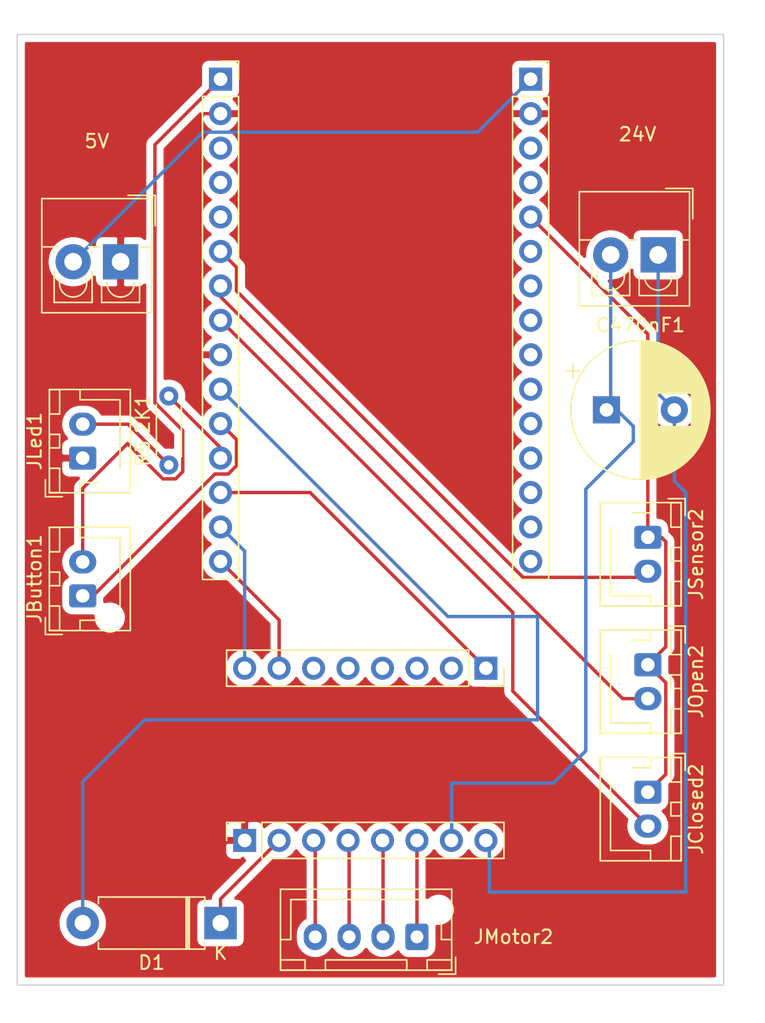
<source format=kicad_pcb>
(kicad_pcb (version 20171130) (host pcbnew "(5.1.10-1-10_14)")

  (general
    (thickness 1.6)
    (drawings 4)
    (tracks 86)
    (zones 0)
    (modules 15)
    (nets 42)
  )

  (page A4)
  (layers
    (0 F.Cu signal)
    (31 B.Cu signal)
    (33 F.Adhes user)
    (35 F.Paste user)
    (37 F.SilkS user)
    (38 B.Mask user)
    (39 F.Mask user)
    (40 Dwgs.User user)
    (41 Cmts.User user)
    (42 Eco1.User user)
    (43 Eco2.User user)
    (44 Edge.Cuts user)
    (45 Margin user)
    (46 B.CrtYd user)
    (47 F.CrtYd user)
    (49 F.Fab user)
  )

  (setup
    (last_trace_width 0.25)
    (trace_clearance 0.2)
    (zone_clearance 0.508)
    (zone_45_only no)
    (trace_min 0.2)
    (via_size 0.8)
    (via_drill 0.4)
    (via_min_size 0.4)
    (via_min_drill 0.3)
    (uvia_size 0.3)
    (uvia_drill 0.1)
    (uvias_allowed no)
    (uvia_min_size 0.2)
    (uvia_min_drill 0.1)
    (edge_width 0.05)
    (segment_width 0.2)
    (pcb_text_width 0.3)
    (pcb_text_size 1.5 1.5)
    (mod_edge_width 0.12)
    (mod_text_size 1 1)
    (mod_text_width 0.15)
    (pad_size 1.524 1.524)
    (pad_drill 0.762)
    (pad_to_mask_clearance 0)
    (aux_axis_origin 0 0)
    (visible_elements FFFFFF7F)
    (pcbplotparams
      (layerselection 0x010e8_ffffffff)
      (usegerberextensions true)
      (usegerberattributes true)
      (usegerberadvancedattributes false)
      (creategerberjobfile false)
      (excludeedgelayer true)
      (linewidth 0.100000)
      (plotframeref false)
      (viasonmask false)
      (mode 1)
      (useauxorigin false)
      (hpglpennumber 1)
      (hpglpenspeed 20)
      (hpglpendiameter 15.000000)
      (psnegative false)
      (psa4output false)
      (plotreference true)
      (plotvalue false)
      (plotinvisibletext false)
      (padsonsilk false)
      (subtractmaskfromsilk true)
      (outputformat 1)
      (mirror false)
      (drillshape 0)
      (scaleselection 1)
      (outputdirectory "FabExports/"))
  )

  (net 0 "")
  (net 1 GND)
  (net 2 +5V)
  (net 3 "Net-(MCU_1-Pad13)")
  (net 4 "Net-(MCU_1-Pad12)")
  (net 5 "Net-(MCU_1-Pad11)")
  (net 6 "Net-(MCU_1-Pad9)")
  (net 7 "Net-(MCU_1-Pad8)")
  (net 8 "Net-(MCU_1-Pad7)")
  (net 9 "Net-(MCU_1-Pad6)")
  (net 10 "Net-(MCU_1-Pad4)")
  (net 11 "Net-(MCU_1-Pad3)")
  (net 12 "Net-(MCU_2-Pad15)")
  (net 13 "Net-(MCU_2-Pad14)")
  (net 14 "Net-(MCU_2-Pad13)")
  (net 15 "Net-(MCU_2-Pad12)")
  (net 16 "Net-(MCU_2-Pad5)")
  (net 17 "Net-(MCU_2-Pad4)")
  (net 18 "Net-(MCU_2-Pad3)")
  (net 19 "Net-(TMC2208_1-Pad6)")
  (net 20 "Net-(TMC2208_1-Pad5)")
  (net 21 "Net-(TMC2208_1-Pad4)")
  (net 22 "Net-(TMC2208_1-Pad3)")
  (net 23 "Net-(JButton1-Pad2)")
  (net 24 "Net-(JButton1-Pad1)")
  (net 25 "Net-(JLed1-Pad2)")
  (net 26 "Net-(MCU_1-Pad15)")
  (net 27 "Net-(MCU_1-Pad14)")
  (net 28 "Net-(MCU_1-Pad10)")
  (net 29 "Net-(JClosed2-Pad2)")
  (net 30 "Net-(JClosed2-Pad1)")
  (net 31 "Net-(JMotor2-Pad4)")
  (net 32 "Net-(JMotor2-Pad3)")
  (net 33 "Net-(JMotor2-Pad2)")
  (net 34 "Net-(JMotor2-Pad1)")
  (net 35 "Net-(JOpen2-Pad2)")
  (net 36 "Net-(JSensor2-Pad2)")
  (net 37 "Net-(TMC2208_1-Pad2)")
  (net 38 "Net-(D1-Pad2)")
  (net 39 "Net-(D1-Pad1)")
  (net 40 +24V)
  (net 41 GND2)

  (net_class Default "This is the default net class."
    (clearance 0.2)
    (trace_width 0.25)
    (via_dia 0.8)
    (via_drill 0.4)
    (uvia_dia 0.3)
    (uvia_drill 0.1)
    (add_net +24V)
    (add_net +5V)
    (add_net GND)
    (add_net GND2)
    (add_net "Net-(D1-Pad1)")
    (add_net "Net-(D1-Pad2)")
    (add_net "Net-(JButton1-Pad1)")
    (add_net "Net-(JButton1-Pad2)")
    (add_net "Net-(JClosed2-Pad1)")
    (add_net "Net-(JClosed2-Pad2)")
    (add_net "Net-(JLed1-Pad2)")
    (add_net "Net-(JMotor2-Pad1)")
    (add_net "Net-(JMotor2-Pad2)")
    (add_net "Net-(JMotor2-Pad3)")
    (add_net "Net-(JMotor2-Pad4)")
    (add_net "Net-(JOpen2-Pad2)")
    (add_net "Net-(JSensor2-Pad2)")
    (add_net "Net-(MCU_1-Pad10)")
    (add_net "Net-(MCU_1-Pad11)")
    (add_net "Net-(MCU_1-Pad12)")
    (add_net "Net-(MCU_1-Pad13)")
    (add_net "Net-(MCU_1-Pad14)")
    (add_net "Net-(MCU_1-Pad15)")
    (add_net "Net-(MCU_1-Pad3)")
    (add_net "Net-(MCU_1-Pad4)")
    (add_net "Net-(MCU_1-Pad6)")
    (add_net "Net-(MCU_1-Pad7)")
    (add_net "Net-(MCU_1-Pad8)")
    (add_net "Net-(MCU_1-Pad9)")
    (add_net "Net-(MCU_2-Pad12)")
    (add_net "Net-(MCU_2-Pad13)")
    (add_net "Net-(MCU_2-Pad14)")
    (add_net "Net-(MCU_2-Pad15)")
    (add_net "Net-(MCU_2-Pad3)")
    (add_net "Net-(MCU_2-Pad4)")
    (add_net "Net-(MCU_2-Pad5)")
    (add_net "Net-(TMC2208_1-Pad2)")
    (add_net "Net-(TMC2208_1-Pad3)")
    (add_net "Net-(TMC2208_1-Pad4)")
    (add_net "Net-(TMC2208_1-Pad5)")
    (add_net "Net-(TMC2208_1-Pad6)")
  )

  (module Diode_THT:D_DO-15_P10.16mm_Horizontal (layer F.Cu) (tedit 5AE50CD5) (tstamp 61BCC671)
    (at 113.03 117.856 180)
    (descr "Diode, DO-15 series, Axial, Horizontal, pin pitch=10.16mm, , length*diameter=7.6*3.6mm^2, , http://www.diodes.com/_files/packages/DO-15.pdf")
    (tags "Diode DO-15 series Axial Horizontal pin pitch 10.16mm  length 7.6mm diameter 3.6mm")
    (path /61CFC29C)
    (fp_text reference D1 (at 5.08 -2.92) (layer F.SilkS)
      (effects (font (size 1 1) (thickness 0.15)))
    )
    (fp_text value D_Zener (at 5.08 2.92) (layer F.Fab)
      (effects (font (size 1 1) (thickness 0.15)))
    )
    (fp_line (start 1.28 -1.8) (end 1.28 1.8) (layer F.Fab) (width 0.1))
    (fp_line (start 1.28 1.8) (end 8.88 1.8) (layer F.Fab) (width 0.1))
    (fp_line (start 8.88 1.8) (end 8.88 -1.8) (layer F.Fab) (width 0.1))
    (fp_line (start 8.88 -1.8) (end 1.28 -1.8) (layer F.Fab) (width 0.1))
    (fp_line (start 0 0) (end 1.28 0) (layer F.Fab) (width 0.1))
    (fp_line (start 10.16 0) (end 8.88 0) (layer F.Fab) (width 0.1))
    (fp_line (start 2.42 -1.8) (end 2.42 1.8) (layer F.Fab) (width 0.1))
    (fp_line (start 2.52 -1.8) (end 2.52 1.8) (layer F.Fab) (width 0.1))
    (fp_line (start 2.32 -1.8) (end 2.32 1.8) (layer F.Fab) (width 0.1))
    (fp_line (start 1.16 -1.44) (end 1.16 -1.92) (layer F.SilkS) (width 0.12))
    (fp_line (start 1.16 -1.92) (end 9 -1.92) (layer F.SilkS) (width 0.12))
    (fp_line (start 9 -1.92) (end 9 -1.44) (layer F.SilkS) (width 0.12))
    (fp_line (start 1.16 1.44) (end 1.16 1.92) (layer F.SilkS) (width 0.12))
    (fp_line (start 1.16 1.92) (end 9 1.92) (layer F.SilkS) (width 0.12))
    (fp_line (start 9 1.92) (end 9 1.44) (layer F.SilkS) (width 0.12))
    (fp_line (start 2.42 -1.92) (end 2.42 1.92) (layer F.SilkS) (width 0.12))
    (fp_line (start 2.54 -1.92) (end 2.54 1.92) (layer F.SilkS) (width 0.12))
    (fp_line (start 2.3 -1.92) (end 2.3 1.92) (layer F.SilkS) (width 0.12))
    (fp_line (start -1.45 -2.05) (end -1.45 2.05) (layer F.CrtYd) (width 0.05))
    (fp_line (start -1.45 2.05) (end 11.61 2.05) (layer F.CrtYd) (width 0.05))
    (fp_line (start 11.61 2.05) (end 11.61 -2.05) (layer F.CrtYd) (width 0.05))
    (fp_line (start 11.61 -2.05) (end -1.45 -2.05) (layer F.CrtYd) (width 0.05))
    (fp_text user K (at 0 -2.2) (layer F.SilkS)
      (effects (font (size 1 1) (thickness 0.15)))
    )
    (fp_text user K (at 0 -2.2) (layer F.Fab)
      (effects (font (size 1 1) (thickness 0.15)))
    )
    (fp_text user %R (at 5.65 0) (layer F.Fab)
      (effects (font (size 1 1) (thickness 0.15)))
    )
    (pad 2 thru_hole oval (at 10.16 0 180) (size 2.4 2.4) (drill 1.2) (layers *.Cu *.Mask)
      (net 38 "Net-(D1-Pad2)"))
    (pad 1 thru_hole rect (at 0 0 180) (size 2.4 2.4) (drill 1.2) (layers *.Cu *.Mask)
      (net 39 "Net-(D1-Pad1)"))
    (model ${KISYS3DMOD}/Diode_THT.3dshapes/D_DO-15_P10.16mm_Horizontal.wrl
      (at (xyz 0 0 0))
      (scale (xyz 1 1 1))
      (rotate (xyz 0 0 0))
    )
  )

  (module Capacitor_THT:CP_Radial_D10.0mm_P5.00mm (layer F.Cu) (tedit 5AE50EF1) (tstamp 61BC8CA6)
    (at 141.478 80.01)
    (descr "CP, Radial series, Radial, pin pitch=5.00mm, , diameter=10mm, Electrolytic Capacitor")
    (tags "CP Radial series Radial pin pitch 5.00mm  diameter 10mm Electrolytic Capacitor")
    (path /61C6EEEC)
    (fp_text reference C470nF1 (at 2.5 -6.25) (layer F.SilkS)
      (effects (font (size 1 1) (thickness 0.15)))
    )
    (fp_text value CP (at 2.5 6.25) (layer F.Fab)
      (effects (font (size 1 1) (thickness 0.15)))
    )
    (fp_circle (center 2.5 0) (end 7.5 0) (layer F.Fab) (width 0.1))
    (fp_circle (center 2.5 0) (end 7.62 0) (layer F.SilkS) (width 0.12))
    (fp_circle (center 2.5 0) (end 7.75 0) (layer F.CrtYd) (width 0.05))
    (fp_line (start -1.788861 -2.1875) (end -0.788861 -2.1875) (layer F.Fab) (width 0.1))
    (fp_line (start -1.288861 -2.6875) (end -1.288861 -1.6875) (layer F.Fab) (width 0.1))
    (fp_line (start 2.5 -5.08) (end 2.5 5.08) (layer F.SilkS) (width 0.12))
    (fp_line (start 2.54 -5.08) (end 2.54 5.08) (layer F.SilkS) (width 0.12))
    (fp_line (start 2.58 -5.08) (end 2.58 5.08) (layer F.SilkS) (width 0.12))
    (fp_line (start 2.62 -5.079) (end 2.62 5.079) (layer F.SilkS) (width 0.12))
    (fp_line (start 2.66 -5.078) (end 2.66 5.078) (layer F.SilkS) (width 0.12))
    (fp_line (start 2.7 -5.077) (end 2.7 5.077) (layer F.SilkS) (width 0.12))
    (fp_line (start 2.74 -5.075) (end 2.74 5.075) (layer F.SilkS) (width 0.12))
    (fp_line (start 2.78 -5.073) (end 2.78 5.073) (layer F.SilkS) (width 0.12))
    (fp_line (start 2.82 -5.07) (end 2.82 5.07) (layer F.SilkS) (width 0.12))
    (fp_line (start 2.86 -5.068) (end 2.86 5.068) (layer F.SilkS) (width 0.12))
    (fp_line (start 2.9 -5.065) (end 2.9 5.065) (layer F.SilkS) (width 0.12))
    (fp_line (start 2.94 -5.062) (end 2.94 5.062) (layer F.SilkS) (width 0.12))
    (fp_line (start 2.98 -5.058) (end 2.98 5.058) (layer F.SilkS) (width 0.12))
    (fp_line (start 3.02 -5.054) (end 3.02 5.054) (layer F.SilkS) (width 0.12))
    (fp_line (start 3.06 -5.05) (end 3.06 5.05) (layer F.SilkS) (width 0.12))
    (fp_line (start 3.1 -5.045) (end 3.1 5.045) (layer F.SilkS) (width 0.12))
    (fp_line (start 3.14 -5.04) (end 3.14 5.04) (layer F.SilkS) (width 0.12))
    (fp_line (start 3.18 -5.035) (end 3.18 5.035) (layer F.SilkS) (width 0.12))
    (fp_line (start 3.221 -5.03) (end 3.221 5.03) (layer F.SilkS) (width 0.12))
    (fp_line (start 3.261 -5.024) (end 3.261 5.024) (layer F.SilkS) (width 0.12))
    (fp_line (start 3.301 -5.018) (end 3.301 5.018) (layer F.SilkS) (width 0.12))
    (fp_line (start 3.341 -5.011) (end 3.341 5.011) (layer F.SilkS) (width 0.12))
    (fp_line (start 3.381 -5.004) (end 3.381 5.004) (layer F.SilkS) (width 0.12))
    (fp_line (start 3.421 -4.997) (end 3.421 4.997) (layer F.SilkS) (width 0.12))
    (fp_line (start 3.461 -4.99) (end 3.461 4.99) (layer F.SilkS) (width 0.12))
    (fp_line (start 3.501 -4.982) (end 3.501 4.982) (layer F.SilkS) (width 0.12))
    (fp_line (start 3.541 -4.974) (end 3.541 4.974) (layer F.SilkS) (width 0.12))
    (fp_line (start 3.581 -4.965) (end 3.581 4.965) (layer F.SilkS) (width 0.12))
    (fp_line (start 3.621 -4.956) (end 3.621 4.956) (layer F.SilkS) (width 0.12))
    (fp_line (start 3.661 -4.947) (end 3.661 4.947) (layer F.SilkS) (width 0.12))
    (fp_line (start 3.701 -4.938) (end 3.701 4.938) (layer F.SilkS) (width 0.12))
    (fp_line (start 3.741 -4.928) (end 3.741 4.928) (layer F.SilkS) (width 0.12))
    (fp_line (start 3.781 -4.918) (end 3.781 -1.241) (layer F.SilkS) (width 0.12))
    (fp_line (start 3.781 1.241) (end 3.781 4.918) (layer F.SilkS) (width 0.12))
    (fp_line (start 3.821 -4.907) (end 3.821 -1.241) (layer F.SilkS) (width 0.12))
    (fp_line (start 3.821 1.241) (end 3.821 4.907) (layer F.SilkS) (width 0.12))
    (fp_line (start 3.861 -4.897) (end 3.861 -1.241) (layer F.SilkS) (width 0.12))
    (fp_line (start 3.861 1.241) (end 3.861 4.897) (layer F.SilkS) (width 0.12))
    (fp_line (start 3.901 -4.885) (end 3.901 -1.241) (layer F.SilkS) (width 0.12))
    (fp_line (start 3.901 1.241) (end 3.901 4.885) (layer F.SilkS) (width 0.12))
    (fp_line (start 3.941 -4.874) (end 3.941 -1.241) (layer F.SilkS) (width 0.12))
    (fp_line (start 3.941 1.241) (end 3.941 4.874) (layer F.SilkS) (width 0.12))
    (fp_line (start 3.981 -4.862) (end 3.981 -1.241) (layer F.SilkS) (width 0.12))
    (fp_line (start 3.981 1.241) (end 3.981 4.862) (layer F.SilkS) (width 0.12))
    (fp_line (start 4.021 -4.85) (end 4.021 -1.241) (layer F.SilkS) (width 0.12))
    (fp_line (start 4.021 1.241) (end 4.021 4.85) (layer F.SilkS) (width 0.12))
    (fp_line (start 4.061 -4.837) (end 4.061 -1.241) (layer F.SilkS) (width 0.12))
    (fp_line (start 4.061 1.241) (end 4.061 4.837) (layer F.SilkS) (width 0.12))
    (fp_line (start 4.101 -4.824) (end 4.101 -1.241) (layer F.SilkS) (width 0.12))
    (fp_line (start 4.101 1.241) (end 4.101 4.824) (layer F.SilkS) (width 0.12))
    (fp_line (start 4.141 -4.811) (end 4.141 -1.241) (layer F.SilkS) (width 0.12))
    (fp_line (start 4.141 1.241) (end 4.141 4.811) (layer F.SilkS) (width 0.12))
    (fp_line (start 4.181 -4.797) (end 4.181 -1.241) (layer F.SilkS) (width 0.12))
    (fp_line (start 4.181 1.241) (end 4.181 4.797) (layer F.SilkS) (width 0.12))
    (fp_line (start 4.221 -4.783) (end 4.221 -1.241) (layer F.SilkS) (width 0.12))
    (fp_line (start 4.221 1.241) (end 4.221 4.783) (layer F.SilkS) (width 0.12))
    (fp_line (start 4.261 -4.768) (end 4.261 -1.241) (layer F.SilkS) (width 0.12))
    (fp_line (start 4.261 1.241) (end 4.261 4.768) (layer F.SilkS) (width 0.12))
    (fp_line (start 4.301 -4.754) (end 4.301 -1.241) (layer F.SilkS) (width 0.12))
    (fp_line (start 4.301 1.241) (end 4.301 4.754) (layer F.SilkS) (width 0.12))
    (fp_line (start 4.341 -4.738) (end 4.341 -1.241) (layer F.SilkS) (width 0.12))
    (fp_line (start 4.341 1.241) (end 4.341 4.738) (layer F.SilkS) (width 0.12))
    (fp_line (start 4.381 -4.723) (end 4.381 -1.241) (layer F.SilkS) (width 0.12))
    (fp_line (start 4.381 1.241) (end 4.381 4.723) (layer F.SilkS) (width 0.12))
    (fp_line (start 4.421 -4.707) (end 4.421 -1.241) (layer F.SilkS) (width 0.12))
    (fp_line (start 4.421 1.241) (end 4.421 4.707) (layer F.SilkS) (width 0.12))
    (fp_line (start 4.461 -4.69) (end 4.461 -1.241) (layer F.SilkS) (width 0.12))
    (fp_line (start 4.461 1.241) (end 4.461 4.69) (layer F.SilkS) (width 0.12))
    (fp_line (start 4.501 -4.674) (end 4.501 -1.241) (layer F.SilkS) (width 0.12))
    (fp_line (start 4.501 1.241) (end 4.501 4.674) (layer F.SilkS) (width 0.12))
    (fp_line (start 4.541 -4.657) (end 4.541 -1.241) (layer F.SilkS) (width 0.12))
    (fp_line (start 4.541 1.241) (end 4.541 4.657) (layer F.SilkS) (width 0.12))
    (fp_line (start 4.581 -4.639) (end 4.581 -1.241) (layer F.SilkS) (width 0.12))
    (fp_line (start 4.581 1.241) (end 4.581 4.639) (layer F.SilkS) (width 0.12))
    (fp_line (start 4.621 -4.621) (end 4.621 -1.241) (layer F.SilkS) (width 0.12))
    (fp_line (start 4.621 1.241) (end 4.621 4.621) (layer F.SilkS) (width 0.12))
    (fp_line (start 4.661 -4.603) (end 4.661 -1.241) (layer F.SilkS) (width 0.12))
    (fp_line (start 4.661 1.241) (end 4.661 4.603) (layer F.SilkS) (width 0.12))
    (fp_line (start 4.701 -4.584) (end 4.701 -1.241) (layer F.SilkS) (width 0.12))
    (fp_line (start 4.701 1.241) (end 4.701 4.584) (layer F.SilkS) (width 0.12))
    (fp_line (start 4.741 -4.564) (end 4.741 -1.241) (layer F.SilkS) (width 0.12))
    (fp_line (start 4.741 1.241) (end 4.741 4.564) (layer F.SilkS) (width 0.12))
    (fp_line (start 4.781 -4.545) (end 4.781 -1.241) (layer F.SilkS) (width 0.12))
    (fp_line (start 4.781 1.241) (end 4.781 4.545) (layer F.SilkS) (width 0.12))
    (fp_line (start 4.821 -4.525) (end 4.821 -1.241) (layer F.SilkS) (width 0.12))
    (fp_line (start 4.821 1.241) (end 4.821 4.525) (layer F.SilkS) (width 0.12))
    (fp_line (start 4.861 -4.504) (end 4.861 -1.241) (layer F.SilkS) (width 0.12))
    (fp_line (start 4.861 1.241) (end 4.861 4.504) (layer F.SilkS) (width 0.12))
    (fp_line (start 4.901 -4.483) (end 4.901 -1.241) (layer F.SilkS) (width 0.12))
    (fp_line (start 4.901 1.241) (end 4.901 4.483) (layer F.SilkS) (width 0.12))
    (fp_line (start 4.941 -4.462) (end 4.941 -1.241) (layer F.SilkS) (width 0.12))
    (fp_line (start 4.941 1.241) (end 4.941 4.462) (layer F.SilkS) (width 0.12))
    (fp_line (start 4.981 -4.44) (end 4.981 -1.241) (layer F.SilkS) (width 0.12))
    (fp_line (start 4.981 1.241) (end 4.981 4.44) (layer F.SilkS) (width 0.12))
    (fp_line (start 5.021 -4.417) (end 5.021 -1.241) (layer F.SilkS) (width 0.12))
    (fp_line (start 5.021 1.241) (end 5.021 4.417) (layer F.SilkS) (width 0.12))
    (fp_line (start 5.061 -4.395) (end 5.061 -1.241) (layer F.SilkS) (width 0.12))
    (fp_line (start 5.061 1.241) (end 5.061 4.395) (layer F.SilkS) (width 0.12))
    (fp_line (start 5.101 -4.371) (end 5.101 -1.241) (layer F.SilkS) (width 0.12))
    (fp_line (start 5.101 1.241) (end 5.101 4.371) (layer F.SilkS) (width 0.12))
    (fp_line (start 5.141 -4.347) (end 5.141 -1.241) (layer F.SilkS) (width 0.12))
    (fp_line (start 5.141 1.241) (end 5.141 4.347) (layer F.SilkS) (width 0.12))
    (fp_line (start 5.181 -4.323) (end 5.181 -1.241) (layer F.SilkS) (width 0.12))
    (fp_line (start 5.181 1.241) (end 5.181 4.323) (layer F.SilkS) (width 0.12))
    (fp_line (start 5.221 -4.298) (end 5.221 -1.241) (layer F.SilkS) (width 0.12))
    (fp_line (start 5.221 1.241) (end 5.221 4.298) (layer F.SilkS) (width 0.12))
    (fp_line (start 5.261 -4.273) (end 5.261 -1.241) (layer F.SilkS) (width 0.12))
    (fp_line (start 5.261 1.241) (end 5.261 4.273) (layer F.SilkS) (width 0.12))
    (fp_line (start 5.301 -4.247) (end 5.301 -1.241) (layer F.SilkS) (width 0.12))
    (fp_line (start 5.301 1.241) (end 5.301 4.247) (layer F.SilkS) (width 0.12))
    (fp_line (start 5.341 -4.221) (end 5.341 -1.241) (layer F.SilkS) (width 0.12))
    (fp_line (start 5.341 1.241) (end 5.341 4.221) (layer F.SilkS) (width 0.12))
    (fp_line (start 5.381 -4.194) (end 5.381 -1.241) (layer F.SilkS) (width 0.12))
    (fp_line (start 5.381 1.241) (end 5.381 4.194) (layer F.SilkS) (width 0.12))
    (fp_line (start 5.421 -4.166) (end 5.421 -1.241) (layer F.SilkS) (width 0.12))
    (fp_line (start 5.421 1.241) (end 5.421 4.166) (layer F.SilkS) (width 0.12))
    (fp_line (start 5.461 -4.138) (end 5.461 -1.241) (layer F.SilkS) (width 0.12))
    (fp_line (start 5.461 1.241) (end 5.461 4.138) (layer F.SilkS) (width 0.12))
    (fp_line (start 5.501 -4.11) (end 5.501 -1.241) (layer F.SilkS) (width 0.12))
    (fp_line (start 5.501 1.241) (end 5.501 4.11) (layer F.SilkS) (width 0.12))
    (fp_line (start 5.541 -4.08) (end 5.541 -1.241) (layer F.SilkS) (width 0.12))
    (fp_line (start 5.541 1.241) (end 5.541 4.08) (layer F.SilkS) (width 0.12))
    (fp_line (start 5.581 -4.05) (end 5.581 -1.241) (layer F.SilkS) (width 0.12))
    (fp_line (start 5.581 1.241) (end 5.581 4.05) (layer F.SilkS) (width 0.12))
    (fp_line (start 5.621 -4.02) (end 5.621 -1.241) (layer F.SilkS) (width 0.12))
    (fp_line (start 5.621 1.241) (end 5.621 4.02) (layer F.SilkS) (width 0.12))
    (fp_line (start 5.661 -3.989) (end 5.661 -1.241) (layer F.SilkS) (width 0.12))
    (fp_line (start 5.661 1.241) (end 5.661 3.989) (layer F.SilkS) (width 0.12))
    (fp_line (start 5.701 -3.957) (end 5.701 -1.241) (layer F.SilkS) (width 0.12))
    (fp_line (start 5.701 1.241) (end 5.701 3.957) (layer F.SilkS) (width 0.12))
    (fp_line (start 5.741 -3.925) (end 5.741 -1.241) (layer F.SilkS) (width 0.12))
    (fp_line (start 5.741 1.241) (end 5.741 3.925) (layer F.SilkS) (width 0.12))
    (fp_line (start 5.781 -3.892) (end 5.781 -1.241) (layer F.SilkS) (width 0.12))
    (fp_line (start 5.781 1.241) (end 5.781 3.892) (layer F.SilkS) (width 0.12))
    (fp_line (start 5.821 -3.858) (end 5.821 -1.241) (layer F.SilkS) (width 0.12))
    (fp_line (start 5.821 1.241) (end 5.821 3.858) (layer F.SilkS) (width 0.12))
    (fp_line (start 5.861 -3.824) (end 5.861 -1.241) (layer F.SilkS) (width 0.12))
    (fp_line (start 5.861 1.241) (end 5.861 3.824) (layer F.SilkS) (width 0.12))
    (fp_line (start 5.901 -3.789) (end 5.901 -1.241) (layer F.SilkS) (width 0.12))
    (fp_line (start 5.901 1.241) (end 5.901 3.789) (layer F.SilkS) (width 0.12))
    (fp_line (start 5.941 -3.753) (end 5.941 -1.241) (layer F.SilkS) (width 0.12))
    (fp_line (start 5.941 1.241) (end 5.941 3.753) (layer F.SilkS) (width 0.12))
    (fp_line (start 5.981 -3.716) (end 5.981 -1.241) (layer F.SilkS) (width 0.12))
    (fp_line (start 5.981 1.241) (end 5.981 3.716) (layer F.SilkS) (width 0.12))
    (fp_line (start 6.021 -3.679) (end 6.021 -1.241) (layer F.SilkS) (width 0.12))
    (fp_line (start 6.021 1.241) (end 6.021 3.679) (layer F.SilkS) (width 0.12))
    (fp_line (start 6.061 -3.64) (end 6.061 -1.241) (layer F.SilkS) (width 0.12))
    (fp_line (start 6.061 1.241) (end 6.061 3.64) (layer F.SilkS) (width 0.12))
    (fp_line (start 6.101 -3.601) (end 6.101 -1.241) (layer F.SilkS) (width 0.12))
    (fp_line (start 6.101 1.241) (end 6.101 3.601) (layer F.SilkS) (width 0.12))
    (fp_line (start 6.141 -3.561) (end 6.141 -1.241) (layer F.SilkS) (width 0.12))
    (fp_line (start 6.141 1.241) (end 6.141 3.561) (layer F.SilkS) (width 0.12))
    (fp_line (start 6.181 -3.52) (end 6.181 -1.241) (layer F.SilkS) (width 0.12))
    (fp_line (start 6.181 1.241) (end 6.181 3.52) (layer F.SilkS) (width 0.12))
    (fp_line (start 6.221 -3.478) (end 6.221 -1.241) (layer F.SilkS) (width 0.12))
    (fp_line (start 6.221 1.241) (end 6.221 3.478) (layer F.SilkS) (width 0.12))
    (fp_line (start 6.261 -3.436) (end 6.261 3.436) (layer F.SilkS) (width 0.12))
    (fp_line (start 6.301 -3.392) (end 6.301 3.392) (layer F.SilkS) (width 0.12))
    (fp_line (start 6.341 -3.347) (end 6.341 3.347) (layer F.SilkS) (width 0.12))
    (fp_line (start 6.381 -3.301) (end 6.381 3.301) (layer F.SilkS) (width 0.12))
    (fp_line (start 6.421 -3.254) (end 6.421 3.254) (layer F.SilkS) (width 0.12))
    (fp_line (start 6.461 -3.206) (end 6.461 3.206) (layer F.SilkS) (width 0.12))
    (fp_line (start 6.501 -3.156) (end 6.501 3.156) (layer F.SilkS) (width 0.12))
    (fp_line (start 6.541 -3.106) (end 6.541 3.106) (layer F.SilkS) (width 0.12))
    (fp_line (start 6.581 -3.054) (end 6.581 3.054) (layer F.SilkS) (width 0.12))
    (fp_line (start 6.621 -3) (end 6.621 3) (layer F.SilkS) (width 0.12))
    (fp_line (start 6.661 -2.945) (end 6.661 2.945) (layer F.SilkS) (width 0.12))
    (fp_line (start 6.701 -2.889) (end 6.701 2.889) (layer F.SilkS) (width 0.12))
    (fp_line (start 6.741 -2.83) (end 6.741 2.83) (layer F.SilkS) (width 0.12))
    (fp_line (start 6.781 -2.77) (end 6.781 2.77) (layer F.SilkS) (width 0.12))
    (fp_line (start 6.821 -2.709) (end 6.821 2.709) (layer F.SilkS) (width 0.12))
    (fp_line (start 6.861 -2.645) (end 6.861 2.645) (layer F.SilkS) (width 0.12))
    (fp_line (start 6.901 -2.579) (end 6.901 2.579) (layer F.SilkS) (width 0.12))
    (fp_line (start 6.941 -2.51) (end 6.941 2.51) (layer F.SilkS) (width 0.12))
    (fp_line (start 6.981 -2.439) (end 6.981 2.439) (layer F.SilkS) (width 0.12))
    (fp_line (start 7.021 -2.365) (end 7.021 2.365) (layer F.SilkS) (width 0.12))
    (fp_line (start 7.061 -2.289) (end 7.061 2.289) (layer F.SilkS) (width 0.12))
    (fp_line (start 7.101 -2.209) (end 7.101 2.209) (layer F.SilkS) (width 0.12))
    (fp_line (start 7.141 -2.125) (end 7.141 2.125) (layer F.SilkS) (width 0.12))
    (fp_line (start 7.181 -2.037) (end 7.181 2.037) (layer F.SilkS) (width 0.12))
    (fp_line (start 7.221 -1.944) (end 7.221 1.944) (layer F.SilkS) (width 0.12))
    (fp_line (start 7.261 -1.846) (end 7.261 1.846) (layer F.SilkS) (width 0.12))
    (fp_line (start 7.301 -1.742) (end 7.301 1.742) (layer F.SilkS) (width 0.12))
    (fp_line (start 7.341 -1.63) (end 7.341 1.63) (layer F.SilkS) (width 0.12))
    (fp_line (start 7.381 -1.51) (end 7.381 1.51) (layer F.SilkS) (width 0.12))
    (fp_line (start 7.421 -1.378) (end 7.421 1.378) (layer F.SilkS) (width 0.12))
    (fp_line (start 7.461 -1.23) (end 7.461 1.23) (layer F.SilkS) (width 0.12))
    (fp_line (start 7.501 -1.062) (end 7.501 1.062) (layer F.SilkS) (width 0.12))
    (fp_line (start 7.541 -0.862) (end 7.541 0.862) (layer F.SilkS) (width 0.12))
    (fp_line (start 7.581 -0.599) (end 7.581 0.599) (layer F.SilkS) (width 0.12))
    (fp_line (start -2.979646 -2.875) (end -1.979646 -2.875) (layer F.SilkS) (width 0.12))
    (fp_line (start -2.479646 -3.375) (end -2.479646 -2.375) (layer F.SilkS) (width 0.12))
    (fp_text user %R (at 2.5 0) (layer F.Fab)
      (effects (font (size 1 1) (thickness 0.15)))
    )
    (pad 2 thru_hole circle (at 5 0) (size 2 2) (drill 1) (layers *.Cu *.Mask)
      (net 41 GND2))
    (pad 1 thru_hole rect (at 0 0) (size 2 2) (drill 1) (layers *.Cu *.Mask)
      (net 40 +24V))
    (model ${KISYS3DMOD}/Capacitor_THT.3dshapes/CP_Radial_D10.0mm_P5.00mm.wrl
      (at (xyz 0 0 0))
      (scale (xyz 1 1 1))
      (rotate (xyz 0 0 0))
    )
  )

  (module Connector_JST:JST_XH_B2B-XH-AM_1x02_P2.50mm_Vertical (layer F.Cu) (tedit 5C28146E) (tstamp 61BC9A4A)
    (at 144.526 89.408 270)
    (descr "JST XH series connector, B2B-XH-AM, with boss (http://www.jst-mfg.com/product/pdf/eng/eXH.pdf), generated with kicad-footprint-generator")
    (tags "connector JST XH vertical boss")
    (path /61C79D0C)
    (fp_text reference JSensor2 (at 1.25 -3.55 90) (layer F.SilkS)
      (effects (font (size 1 1) (thickness 0.15)))
    )
    (fp_text value Sensor (at 1.25 4.6 90) (layer F.Fab)
      (effects (font (size 1 1) (thickness 0.15)))
    )
    (fp_line (start -2.45 -2.35) (end -2.45 3.4) (layer F.Fab) (width 0.1))
    (fp_line (start -2.45 3.4) (end 4.95 3.4) (layer F.Fab) (width 0.1))
    (fp_line (start 4.95 3.4) (end 4.95 -2.35) (layer F.Fab) (width 0.1))
    (fp_line (start 4.95 -2.35) (end -2.45 -2.35) (layer F.Fab) (width 0.1))
    (fp_line (start -2.56 -2.46) (end -2.56 3.51) (layer F.SilkS) (width 0.12))
    (fp_line (start -2.56 3.51) (end 5.06 3.51) (layer F.SilkS) (width 0.12))
    (fp_line (start 5.06 3.51) (end 5.06 -2.46) (layer F.SilkS) (width 0.12))
    (fp_line (start 5.06 -2.46) (end -2.56 -2.46) (layer F.SilkS) (width 0.12))
    (fp_line (start -2.95 -2.85) (end -2.95 3.9) (layer F.CrtYd) (width 0.05))
    (fp_line (start -2.95 3.9) (end 5.45 3.9) (layer F.CrtYd) (width 0.05))
    (fp_line (start 5.45 3.9) (end 5.45 -2.85) (layer F.CrtYd) (width 0.05))
    (fp_line (start 5.45 -2.85) (end -2.95 -2.85) (layer F.CrtYd) (width 0.05))
    (fp_line (start -0.625 -2.35) (end 0 -1.35) (layer F.Fab) (width 0.1))
    (fp_line (start 0 -1.35) (end 0.625 -2.35) (layer F.Fab) (width 0.1))
    (fp_line (start 0.75 -2.45) (end 0.75 -1.7) (layer F.SilkS) (width 0.12))
    (fp_line (start 0.75 -1.7) (end 1.75 -1.7) (layer F.SilkS) (width 0.12))
    (fp_line (start 1.75 -1.7) (end 1.75 -2.45) (layer F.SilkS) (width 0.12))
    (fp_line (start 1.75 -2.45) (end 0.75 -2.45) (layer F.SilkS) (width 0.12))
    (fp_line (start -2.55 -2.45) (end -2.55 -1.7) (layer F.SilkS) (width 0.12))
    (fp_line (start -2.55 -1.7) (end -0.75 -1.7) (layer F.SilkS) (width 0.12))
    (fp_line (start -0.75 -1.7) (end -0.75 -2.45) (layer F.SilkS) (width 0.12))
    (fp_line (start -0.75 -2.45) (end -2.55 -2.45) (layer F.SilkS) (width 0.12))
    (fp_line (start 3.25 -2.45) (end 3.25 -1.7) (layer F.SilkS) (width 0.12))
    (fp_line (start 3.25 -1.7) (end 5.05 -1.7) (layer F.SilkS) (width 0.12))
    (fp_line (start 5.05 -1.7) (end 5.05 -2.45) (layer F.SilkS) (width 0.12))
    (fp_line (start 5.05 -2.45) (end 3.25 -2.45) (layer F.SilkS) (width 0.12))
    (fp_line (start -2.55 -0.2) (end -1.8 -0.2) (layer F.SilkS) (width 0.12))
    (fp_line (start -1.8 -0.2) (end -1.8 1.14) (layer F.SilkS) (width 0.12))
    (fp_line (start 1.25 2.75) (end -0.74 2.75) (layer F.SilkS) (width 0.12))
    (fp_line (start 5.05 -0.2) (end 4.3 -0.2) (layer F.SilkS) (width 0.12))
    (fp_line (start 4.3 -0.2) (end 4.3 2.75) (layer F.SilkS) (width 0.12))
    (fp_line (start 4.3 2.75) (end 1.25 2.75) (layer F.SilkS) (width 0.12))
    (fp_line (start -1.6 -2.75) (end -2.85 -2.75) (layer F.SilkS) (width 0.12))
    (fp_line (start -2.85 -2.75) (end -2.85 -1.5) (layer F.SilkS) (width 0.12))
    (fp_text user %R (at 1.25 2.7 90) (layer F.Fab)
      (effects (font (size 1 1) (thickness 0.15)))
    )
    (pad "" np_thru_hole circle (at -1.6 2 270) (size 1.2 1.2) (drill 1.2) (layers *.Cu *.Mask))
    (pad 2 thru_hole oval (at 2.5 0 270) (size 1.7 2) (drill 1) (layers *.Cu *.Mask)
      (net 36 "Net-(JSensor2-Pad2)"))
    (pad 1 thru_hole roundrect (at 0 0 270) (size 1.7 2) (drill 1) (layers *.Cu *.Mask) (roundrect_rratio 0.1470588235294118)
      (net 30 "Net-(JClosed2-Pad1)"))
    (model ${KISYS3DMOD}/Connector_JST.3dshapes/JST_XH_B2B-XH-AM_1x02_P2.50mm_Vertical.wrl
      (at (xyz 0 0 0))
      (scale (xyz 1 1 1))
      (rotate (xyz 0 0 0))
    )
  )

  (module Connector_JST:JST_XH_B2B-XH-AM_1x02_P2.50mm_Vertical (layer F.Cu) (tedit 5C28146E) (tstamp 61BC9A20)
    (at 144.526 98.806 270)
    (descr "JST XH series connector, B2B-XH-AM, with boss (http://www.jst-mfg.com/product/pdf/eng/eXH.pdf), generated with kicad-footprint-generator")
    (tags "connector JST XH vertical boss")
    (path /61C7AAC6)
    (fp_text reference JOpen2 (at 1.25 -3.55 90) (layer F.SilkS)
      (effects (font (size 1 1) (thickness 0.15)))
    )
    (fp_text value OpenS (at 1.25 4.6 90) (layer F.Fab)
      (effects (font (size 1 1) (thickness 0.15)))
    )
    (fp_line (start -2.45 -2.35) (end -2.45 3.4) (layer F.Fab) (width 0.1))
    (fp_line (start -2.45 3.4) (end 4.95 3.4) (layer F.Fab) (width 0.1))
    (fp_line (start 4.95 3.4) (end 4.95 -2.35) (layer F.Fab) (width 0.1))
    (fp_line (start 4.95 -2.35) (end -2.45 -2.35) (layer F.Fab) (width 0.1))
    (fp_line (start -2.56 -2.46) (end -2.56 3.51) (layer F.SilkS) (width 0.12))
    (fp_line (start -2.56 3.51) (end 5.06 3.51) (layer F.SilkS) (width 0.12))
    (fp_line (start 5.06 3.51) (end 5.06 -2.46) (layer F.SilkS) (width 0.12))
    (fp_line (start 5.06 -2.46) (end -2.56 -2.46) (layer F.SilkS) (width 0.12))
    (fp_line (start -2.95 -2.85) (end -2.95 3.9) (layer F.CrtYd) (width 0.05))
    (fp_line (start -2.95 3.9) (end 5.45 3.9) (layer F.CrtYd) (width 0.05))
    (fp_line (start 5.45 3.9) (end 5.45 -2.85) (layer F.CrtYd) (width 0.05))
    (fp_line (start 5.45 -2.85) (end -2.95 -2.85) (layer F.CrtYd) (width 0.05))
    (fp_line (start -0.625 -2.35) (end 0 -1.35) (layer F.Fab) (width 0.1))
    (fp_line (start 0 -1.35) (end 0.625 -2.35) (layer F.Fab) (width 0.1))
    (fp_line (start 0.75 -2.45) (end 0.75 -1.7) (layer F.SilkS) (width 0.12))
    (fp_line (start 0.75 -1.7) (end 1.75 -1.7) (layer F.SilkS) (width 0.12))
    (fp_line (start 1.75 -1.7) (end 1.75 -2.45) (layer F.SilkS) (width 0.12))
    (fp_line (start 1.75 -2.45) (end 0.75 -2.45) (layer F.SilkS) (width 0.12))
    (fp_line (start -2.55 -2.45) (end -2.55 -1.7) (layer F.SilkS) (width 0.12))
    (fp_line (start -2.55 -1.7) (end -0.75 -1.7) (layer F.SilkS) (width 0.12))
    (fp_line (start -0.75 -1.7) (end -0.75 -2.45) (layer F.SilkS) (width 0.12))
    (fp_line (start -0.75 -2.45) (end -2.55 -2.45) (layer F.SilkS) (width 0.12))
    (fp_line (start 3.25 -2.45) (end 3.25 -1.7) (layer F.SilkS) (width 0.12))
    (fp_line (start 3.25 -1.7) (end 5.05 -1.7) (layer F.SilkS) (width 0.12))
    (fp_line (start 5.05 -1.7) (end 5.05 -2.45) (layer F.SilkS) (width 0.12))
    (fp_line (start 5.05 -2.45) (end 3.25 -2.45) (layer F.SilkS) (width 0.12))
    (fp_line (start -2.55 -0.2) (end -1.8 -0.2) (layer F.SilkS) (width 0.12))
    (fp_line (start -1.8 -0.2) (end -1.8 1.14) (layer F.SilkS) (width 0.12))
    (fp_line (start 1.25 2.75) (end -0.74 2.75) (layer F.SilkS) (width 0.12))
    (fp_line (start 5.05 -0.2) (end 4.3 -0.2) (layer F.SilkS) (width 0.12))
    (fp_line (start 4.3 -0.2) (end 4.3 2.75) (layer F.SilkS) (width 0.12))
    (fp_line (start 4.3 2.75) (end 1.25 2.75) (layer F.SilkS) (width 0.12))
    (fp_line (start -1.6 -2.75) (end -2.85 -2.75) (layer F.SilkS) (width 0.12))
    (fp_line (start -2.85 -2.75) (end -2.85 -1.5) (layer F.SilkS) (width 0.12))
    (fp_text user %R (at 1.25 2.7 90) (layer F.Fab)
      (effects (font (size 1 1) (thickness 0.15)))
    )
    (pad "" np_thru_hole circle (at -1.6 2 270) (size 1.2 1.2) (drill 1.2) (layers *.Cu *.Mask))
    (pad 2 thru_hole oval (at 2.5 0 270) (size 1.7 2) (drill 1) (layers *.Cu *.Mask)
      (net 35 "Net-(JOpen2-Pad2)"))
    (pad 1 thru_hole roundrect (at 0 0 270) (size 1.7 2) (drill 1) (layers *.Cu *.Mask) (roundrect_rratio 0.1470588235294118)
      (net 30 "Net-(JClosed2-Pad1)"))
    (model ${KISYS3DMOD}/Connector_JST.3dshapes/JST_XH_B2B-XH-AM_1x02_P2.50mm_Vertical.wrl
      (at (xyz 0 0 0))
      (scale (xyz 1 1 1))
      (rotate (xyz 0 0 0))
    )
  )

  (module Connector_JST:JST_XH_B4B-XH-AM_1x04_P2.50mm_Vertical (layer F.Cu) (tedit 5C28146E) (tstamp 61BC99F6)
    (at 127.508 118.872 180)
    (descr "JST XH series connector, B4B-XH-AM, with boss (http://www.jst-mfg.com/product/pdf/eng/eXH.pdf), generated with kicad-footprint-generator")
    (tags "connector JST XH vertical boss")
    (path /61CA7B85)
    (fp_text reference JMotor2 (at -7.112 0) (layer F.SilkS)
      (effects (font (size 1 1) (thickness 0.15)))
    )
    (fp_text value Motor (at 3.75 4.6) (layer F.Fab)
      (effects (font (size 1 1) (thickness 0.15)))
    )
    (fp_line (start -2.45 -2.35) (end -2.45 3.4) (layer F.Fab) (width 0.1))
    (fp_line (start -2.45 3.4) (end 9.95 3.4) (layer F.Fab) (width 0.1))
    (fp_line (start 9.95 3.4) (end 9.95 -2.35) (layer F.Fab) (width 0.1))
    (fp_line (start 9.95 -2.35) (end -2.45 -2.35) (layer F.Fab) (width 0.1))
    (fp_line (start -2.56 -2.46) (end -2.56 3.51) (layer F.SilkS) (width 0.12))
    (fp_line (start -2.56 3.51) (end 10.06 3.51) (layer F.SilkS) (width 0.12))
    (fp_line (start 10.06 3.51) (end 10.06 -2.46) (layer F.SilkS) (width 0.12))
    (fp_line (start 10.06 -2.46) (end -2.56 -2.46) (layer F.SilkS) (width 0.12))
    (fp_line (start -2.95 -2.85) (end -2.95 3.9) (layer F.CrtYd) (width 0.05))
    (fp_line (start -2.95 3.9) (end 10.45 3.9) (layer F.CrtYd) (width 0.05))
    (fp_line (start 10.45 3.9) (end 10.45 -2.85) (layer F.CrtYd) (width 0.05))
    (fp_line (start 10.45 -2.85) (end -2.95 -2.85) (layer F.CrtYd) (width 0.05))
    (fp_line (start -0.625 -2.35) (end 0 -1.35) (layer F.Fab) (width 0.1))
    (fp_line (start 0 -1.35) (end 0.625 -2.35) (layer F.Fab) (width 0.1))
    (fp_line (start 0.75 -2.45) (end 0.75 -1.7) (layer F.SilkS) (width 0.12))
    (fp_line (start 0.75 -1.7) (end 6.75 -1.7) (layer F.SilkS) (width 0.12))
    (fp_line (start 6.75 -1.7) (end 6.75 -2.45) (layer F.SilkS) (width 0.12))
    (fp_line (start 6.75 -2.45) (end 0.75 -2.45) (layer F.SilkS) (width 0.12))
    (fp_line (start -2.55 -2.45) (end -2.55 -1.7) (layer F.SilkS) (width 0.12))
    (fp_line (start -2.55 -1.7) (end -0.75 -1.7) (layer F.SilkS) (width 0.12))
    (fp_line (start -0.75 -1.7) (end -0.75 -2.45) (layer F.SilkS) (width 0.12))
    (fp_line (start -0.75 -2.45) (end -2.55 -2.45) (layer F.SilkS) (width 0.12))
    (fp_line (start 8.25 -2.45) (end 8.25 -1.7) (layer F.SilkS) (width 0.12))
    (fp_line (start 8.25 -1.7) (end 10.05 -1.7) (layer F.SilkS) (width 0.12))
    (fp_line (start 10.05 -1.7) (end 10.05 -2.45) (layer F.SilkS) (width 0.12))
    (fp_line (start 10.05 -2.45) (end 8.25 -2.45) (layer F.SilkS) (width 0.12))
    (fp_line (start -2.55 -0.2) (end -1.8 -0.2) (layer F.SilkS) (width 0.12))
    (fp_line (start -1.8 -0.2) (end -1.8 1.14) (layer F.SilkS) (width 0.12))
    (fp_line (start 3.75 2.75) (end -0.74 2.75) (layer F.SilkS) (width 0.12))
    (fp_line (start 10.05 -0.2) (end 9.3 -0.2) (layer F.SilkS) (width 0.12))
    (fp_line (start 9.3 -0.2) (end 9.3 2.75) (layer F.SilkS) (width 0.12))
    (fp_line (start 9.3 2.75) (end 3.75 2.75) (layer F.SilkS) (width 0.12))
    (fp_line (start -1.6 -2.75) (end -2.85 -2.75) (layer F.SilkS) (width 0.12))
    (fp_line (start -2.85 -2.75) (end -2.85 -1.5) (layer F.SilkS) (width 0.12))
    (fp_text user %R (at 3.75 2.7) (layer F.Fab)
      (effects (font (size 1 1) (thickness 0.15)))
    )
    (pad "" np_thru_hole circle (at -1.6 2 180) (size 1.2 1.2) (drill 1.2) (layers *.Cu *.Mask))
    (pad 4 thru_hole oval (at 7.5 0 180) (size 1.7 1.95) (drill 0.95) (layers *.Cu *.Mask)
      (net 31 "Net-(JMotor2-Pad4)"))
    (pad 3 thru_hole oval (at 5 0 180) (size 1.7 1.95) (drill 0.95) (layers *.Cu *.Mask)
      (net 32 "Net-(JMotor2-Pad3)"))
    (pad 2 thru_hole oval (at 2.5 0 180) (size 1.7 1.95) (drill 0.95) (layers *.Cu *.Mask)
      (net 33 "Net-(JMotor2-Pad2)"))
    (pad 1 thru_hole roundrect (at 0 0 180) (size 1.7 1.95) (drill 0.95) (layers *.Cu *.Mask) (roundrect_rratio 0.1470588235294118)
      (net 34 "Net-(JMotor2-Pad1)"))
    (model ${KISYS3DMOD}/Connector_JST.3dshapes/JST_XH_B4B-XH-AM_1x04_P2.50mm_Vertical.wrl
      (at (xyz 0 0 0))
      (scale (xyz 1 1 1))
      (rotate (xyz 0 0 0))
    )
  )

  (module Connector_JST:JST_XH_B2B-XH-AM_1x02_P2.50mm_Vertical (layer F.Cu) (tedit 5C28146E) (tstamp 61BC9978)
    (at 144.526 108.204 270)
    (descr "JST XH series connector, B2B-XH-AM, with boss (http://www.jst-mfg.com/product/pdf/eng/eXH.pdf), generated with kicad-footprint-generator")
    (tags "connector JST XH vertical boss")
    (path /61C7B7AC)
    (fp_text reference JClosed2 (at 1.25 -3.55 90) (layer F.SilkS)
      (effects (font (size 1 1) (thickness 0.15)))
    )
    (fp_text value ClosedS (at 1.25 4.6 90) (layer F.Fab)
      (effects (font (size 1 1) (thickness 0.15)))
    )
    (fp_line (start -2.45 -2.35) (end -2.45 3.4) (layer F.Fab) (width 0.1))
    (fp_line (start -2.45 3.4) (end 4.95 3.4) (layer F.Fab) (width 0.1))
    (fp_line (start 4.95 3.4) (end 4.95 -2.35) (layer F.Fab) (width 0.1))
    (fp_line (start 4.95 -2.35) (end -2.45 -2.35) (layer F.Fab) (width 0.1))
    (fp_line (start -2.56 -2.46) (end -2.56 3.51) (layer F.SilkS) (width 0.12))
    (fp_line (start -2.56 3.51) (end 5.06 3.51) (layer F.SilkS) (width 0.12))
    (fp_line (start 5.06 3.51) (end 5.06 -2.46) (layer F.SilkS) (width 0.12))
    (fp_line (start 5.06 -2.46) (end -2.56 -2.46) (layer F.SilkS) (width 0.12))
    (fp_line (start -2.95 -2.85) (end -2.95 3.9) (layer F.CrtYd) (width 0.05))
    (fp_line (start -2.95 3.9) (end 5.45 3.9) (layer F.CrtYd) (width 0.05))
    (fp_line (start 5.45 3.9) (end 5.45 -2.85) (layer F.CrtYd) (width 0.05))
    (fp_line (start 5.45 -2.85) (end -2.95 -2.85) (layer F.CrtYd) (width 0.05))
    (fp_line (start -0.625 -2.35) (end 0 -1.35) (layer F.Fab) (width 0.1))
    (fp_line (start 0 -1.35) (end 0.625 -2.35) (layer F.Fab) (width 0.1))
    (fp_line (start 0.75 -2.45) (end 0.75 -1.7) (layer F.SilkS) (width 0.12))
    (fp_line (start 0.75 -1.7) (end 1.75 -1.7) (layer F.SilkS) (width 0.12))
    (fp_line (start 1.75 -1.7) (end 1.75 -2.45) (layer F.SilkS) (width 0.12))
    (fp_line (start 1.75 -2.45) (end 0.75 -2.45) (layer F.SilkS) (width 0.12))
    (fp_line (start -2.55 -2.45) (end -2.55 -1.7) (layer F.SilkS) (width 0.12))
    (fp_line (start -2.55 -1.7) (end -0.75 -1.7) (layer F.SilkS) (width 0.12))
    (fp_line (start -0.75 -1.7) (end -0.75 -2.45) (layer F.SilkS) (width 0.12))
    (fp_line (start -0.75 -2.45) (end -2.55 -2.45) (layer F.SilkS) (width 0.12))
    (fp_line (start 3.25 -2.45) (end 3.25 -1.7) (layer F.SilkS) (width 0.12))
    (fp_line (start 3.25 -1.7) (end 5.05 -1.7) (layer F.SilkS) (width 0.12))
    (fp_line (start 5.05 -1.7) (end 5.05 -2.45) (layer F.SilkS) (width 0.12))
    (fp_line (start 5.05 -2.45) (end 3.25 -2.45) (layer F.SilkS) (width 0.12))
    (fp_line (start -2.55 -0.2) (end -1.8 -0.2) (layer F.SilkS) (width 0.12))
    (fp_line (start -1.8 -0.2) (end -1.8 1.14) (layer F.SilkS) (width 0.12))
    (fp_line (start 1.25 2.75) (end -0.74 2.75) (layer F.SilkS) (width 0.12))
    (fp_line (start 5.05 -0.2) (end 4.3 -0.2) (layer F.SilkS) (width 0.12))
    (fp_line (start 4.3 -0.2) (end 4.3 2.75) (layer F.SilkS) (width 0.12))
    (fp_line (start 4.3 2.75) (end 1.25 2.75) (layer F.SilkS) (width 0.12))
    (fp_line (start -1.6 -2.75) (end -2.85 -2.75) (layer F.SilkS) (width 0.12))
    (fp_line (start -2.85 -2.75) (end -2.85 -1.5) (layer F.SilkS) (width 0.12))
    (fp_text user %R (at 1.25 2.7 90) (layer F.Fab)
      (effects (font (size 1 1) (thickness 0.15)))
    )
    (pad "" np_thru_hole circle (at -1.6 2 270) (size 1.2 1.2) (drill 1.2) (layers *.Cu *.Mask))
    (pad 2 thru_hole oval (at 2.5 0 270) (size 1.7 2) (drill 1) (layers *.Cu *.Mask)
      (net 29 "Net-(JClosed2-Pad2)"))
    (pad 1 thru_hole roundrect (at 0 0 270) (size 1.7 2) (drill 1) (layers *.Cu *.Mask) (roundrect_rratio 0.1470588235294118)
      (net 30 "Net-(JClosed2-Pad1)"))
    (model ${KISYS3DMOD}/Connector_JST.3dshapes/JST_XH_B2B-XH-AM_1x02_P2.50mm_Vertical.wrl
      (at (xyz 0 0 0))
      (scale (xyz 1 1 1))
      (rotate (xyz 0 0 0))
    )
  )

  (module Connector_PinSocket_2.54mm:PinSocket_1x08_P2.54mm_Vertical locked (layer F.Cu) (tedit 5A19A420) (tstamp 61BBC742)
    (at 114.808 111.76 90)
    (descr "Through hole straight socket strip, 1x08, 2.54mm pitch, single row (from Kicad 4.0.7), script generated")
    (tags "Through hole socket strip THT 1x08 2.54mm single row")
    (path /61BF6FF2)
    (fp_text reference TMC2208_2 (at 0 -2.77 90) (layer F.SilkS) hide
      (effects (font (size 1 1) (thickness 0.15)))
    )
    (fp_text value VM (at 0 20.55 90) (layer F.Fab)
      (effects (font (size 1 1) (thickness 0.15)))
    )
    (fp_line (start -1.27 -1.27) (end 0.635 -1.27) (layer F.Fab) (width 0.1))
    (fp_line (start 0.635 -1.27) (end 1.27 -0.635) (layer F.Fab) (width 0.1))
    (fp_line (start 1.27 -0.635) (end 1.27 19.05) (layer F.Fab) (width 0.1))
    (fp_line (start 1.27 19.05) (end -1.27 19.05) (layer F.Fab) (width 0.1))
    (fp_line (start -1.27 19.05) (end -1.27 -1.27) (layer F.Fab) (width 0.1))
    (fp_line (start -1.33 1.27) (end 1.33 1.27) (layer F.SilkS) (width 0.12))
    (fp_line (start -1.33 1.27) (end -1.33 19.11) (layer F.SilkS) (width 0.12))
    (fp_line (start -1.33 19.11) (end 1.33 19.11) (layer F.SilkS) (width 0.12))
    (fp_line (start 1.33 1.27) (end 1.33 19.11) (layer F.SilkS) (width 0.12))
    (fp_line (start 1.33 -1.33) (end 1.33 0) (layer F.SilkS) (width 0.12))
    (fp_line (start 0 -1.33) (end 1.33 -1.33) (layer F.SilkS) (width 0.12))
    (fp_line (start -1.8 -1.8) (end 1.75 -1.8) (layer F.CrtYd) (width 0.05))
    (fp_line (start 1.75 -1.8) (end 1.75 19.55) (layer F.CrtYd) (width 0.05))
    (fp_line (start 1.75 19.55) (end -1.8 19.55) (layer F.CrtYd) (width 0.05))
    (fp_line (start -1.8 19.55) (end -1.8 -1.8) (layer F.CrtYd) (width 0.05))
    (fp_text user %R (at 0 8.89) (layer F.Fab)
      (effects (font (size 1 1) (thickness 0.15)))
    )
    (pad 8 thru_hole oval (at 0 17.78 90) (size 1.7 1.7) (drill 1) (layers *.Cu *.Mask)
      (net 41 GND2))
    (pad 7 thru_hole oval (at 0 15.24 90) (size 1.7 1.7) (drill 1) (layers *.Cu *.Mask)
      (net 40 +24V))
    (pad 6 thru_hole oval (at 0 12.7 90) (size 1.7 1.7) (drill 1) (layers *.Cu *.Mask)
      (net 34 "Net-(JMotor2-Pad1)"))
    (pad 5 thru_hole oval (at 0 10.16 90) (size 1.7 1.7) (drill 1) (layers *.Cu *.Mask)
      (net 33 "Net-(JMotor2-Pad2)"))
    (pad 4 thru_hole oval (at 0 7.62 90) (size 1.7 1.7) (drill 1) (layers *.Cu *.Mask)
      (net 32 "Net-(JMotor2-Pad3)"))
    (pad 3 thru_hole oval (at 0 5.08 90) (size 1.7 1.7) (drill 1) (layers *.Cu *.Mask)
      (net 31 "Net-(JMotor2-Pad4)"))
    (pad 2 thru_hole oval (at 0 2.54 90) (size 1.7 1.7) (drill 1) (layers *.Cu *.Mask)
      (net 39 "Net-(D1-Pad1)"))
    (pad 1 thru_hole rect (at 0 0 90) (size 1.7 1.7) (drill 1) (layers *.Cu *.Mask)
      (net 1 GND))
    (model ${KISYS3DMOD}/Connector_PinSocket_2.54mm.3dshapes/PinSocket_1x08_P2.54mm_Vertical.wrl
      (at (xyz 0 0 0))
      (scale (xyz 1 1 1))
      (rotate (xyz 0 0 0))
    )
  )

  (module Connector_PinSocket_2.54mm:PinSocket_1x08_P2.54mm_Vertical locked (layer F.Cu) (tedit 5A19A420) (tstamp 61BBC658)
    (at 132.588 99.06 270)
    (descr "Through hole straight socket strip, 1x08, 2.54mm pitch, single row (from Kicad 4.0.7), script generated")
    (tags "Through hole socket strip THT 1x08 2.54mm single row")
    (path /61BECF41)
    (fp_text reference TMC2208_1 (at 0 -2.77 180) (layer F.SilkS) hide
      (effects (font (size 1 1) (thickness 0.15)))
    )
    (fp_text value En (at 0 20.55 90) (layer F.Fab)
      (effects (font (size 1 1) (thickness 0.15)))
    )
    (fp_line (start -1.27 -1.27) (end 0.635 -1.27) (layer F.Fab) (width 0.1))
    (fp_line (start 0.635 -1.27) (end 1.27 -0.635) (layer F.Fab) (width 0.1))
    (fp_line (start 1.27 -0.635) (end 1.27 19.05) (layer F.Fab) (width 0.1))
    (fp_line (start 1.27 19.05) (end -1.27 19.05) (layer F.Fab) (width 0.1))
    (fp_line (start -1.27 19.05) (end -1.27 -1.27) (layer F.Fab) (width 0.1))
    (fp_line (start -1.33 1.27) (end 1.33 1.27) (layer F.SilkS) (width 0.12))
    (fp_line (start -1.33 1.27) (end -1.33 19.11) (layer F.SilkS) (width 0.12))
    (fp_line (start -1.33 19.11) (end 1.33 19.11) (layer F.SilkS) (width 0.12))
    (fp_line (start 1.33 1.27) (end 1.33 19.11) (layer F.SilkS) (width 0.12))
    (fp_line (start 1.33 -1.33) (end 1.33 0) (layer F.SilkS) (width 0.12))
    (fp_line (start 0 -1.33) (end 1.33 -1.33) (layer F.SilkS) (width 0.12))
    (fp_line (start -1.8 -1.8) (end 1.75 -1.8) (layer F.CrtYd) (width 0.05))
    (fp_line (start 1.75 -1.8) (end 1.75 19.55) (layer F.CrtYd) (width 0.05))
    (fp_line (start 1.75 19.55) (end -1.8 19.55) (layer F.CrtYd) (width 0.05))
    (fp_line (start -1.8 19.55) (end -1.8 -1.8) (layer F.CrtYd) (width 0.05))
    (fp_text user %R (at 0 8.89) (layer F.Fab)
      (effects (font (size 1 1) (thickness 0.15)))
    )
    (pad 8 thru_hole oval (at 0 17.78 270) (size 1.7 1.7) (drill 1) (layers *.Cu *.Mask)
      (net 13 "Net-(MCU_2-Pad14)"))
    (pad 7 thru_hole oval (at 0 15.24 270) (size 1.7 1.7) (drill 1) (layers *.Cu *.Mask)
      (net 12 "Net-(MCU_2-Pad15)"))
    (pad 6 thru_hole oval (at 0 12.7 270) (size 1.7 1.7) (drill 1) (layers *.Cu *.Mask)
      (net 19 "Net-(TMC2208_1-Pad6)"))
    (pad 5 thru_hole oval (at 0 10.16 270) (size 1.7 1.7) (drill 1) (layers *.Cu *.Mask)
      (net 20 "Net-(TMC2208_1-Pad5)"))
    (pad 4 thru_hole oval (at 0 7.62 270) (size 1.7 1.7) (drill 1) (layers *.Cu *.Mask)
      (net 21 "Net-(TMC2208_1-Pad4)"))
    (pad 3 thru_hole oval (at 0 5.08 270) (size 1.7 1.7) (drill 1) (layers *.Cu *.Mask)
      (net 22 "Net-(TMC2208_1-Pad3)"))
    (pad 2 thru_hole oval (at 0 2.54 270) (size 1.7 1.7) (drill 1) (layers *.Cu *.Mask)
      (net 37 "Net-(TMC2208_1-Pad2)"))
    (pad 1 thru_hole rect (at 0 0 270) (size 1.7 1.7) (drill 1) (layers *.Cu *.Mask)
      (net 14 "Net-(MCU_2-Pad13)"))
    (model ${KISYS3DMOD}/Connector_PinSocket_2.54mm.3dshapes/PinSocket_1x08_P2.54mm_Vertical.wrl
      (at (xyz 0 0 0))
      (scale (xyz 1 1 1))
      (rotate (xyz 0 0 0))
    )
  )

  (module Connector_PinSocket_2.54mm:PinSocket_1x15_P2.54mm_Vertical locked (layer F.Cu) (tedit 5A19A41D) (tstamp 61BCB03E)
    (at 113.03 55.626)
    (descr "Through hole straight socket strip, 1x15, 2.54mm pitch, single row (from Kicad 4.0.7), script generated")
    (tags "Through hole socket strip THT 1x15 2.54mm single row")
    (path /61BF48CD)
    (fp_text reference MCU_2 (at 0 -2.77) (layer F.SilkS) hide
      (effects (font (size 1 1) (thickness 0.15)))
    )
    (fp_text value 3.3V (at -3.81 0) (layer F.Fab)
      (effects (font (size 1 1) (thickness 0.15)))
    )
    (fp_line (start -1.27 -1.27) (end 0.635 -1.27) (layer F.Fab) (width 0.1))
    (fp_line (start 0.635 -1.27) (end 1.27 -0.635) (layer F.Fab) (width 0.1))
    (fp_line (start 1.27 -0.635) (end 1.27 36.83) (layer F.Fab) (width 0.1))
    (fp_line (start 1.27 36.83) (end -1.27 36.83) (layer F.Fab) (width 0.1))
    (fp_line (start -1.27 36.83) (end -1.27 -1.27) (layer F.Fab) (width 0.1))
    (fp_line (start -1.33 1.27) (end 1.33 1.27) (layer F.SilkS) (width 0.12))
    (fp_line (start -1.33 1.27) (end -1.33 36.89) (layer F.SilkS) (width 0.12))
    (fp_line (start -1.33 36.89) (end 1.33 36.89) (layer F.SilkS) (width 0.12))
    (fp_line (start 1.33 1.27) (end 1.33 36.89) (layer F.SilkS) (width 0.12))
    (fp_line (start 1.33 -1.33) (end 1.33 0) (layer F.SilkS) (width 0.12))
    (fp_line (start 0 -1.33) (end 1.33 -1.33) (layer F.SilkS) (width 0.12))
    (fp_line (start -1.8 -1.8) (end 1.75 -1.8) (layer F.CrtYd) (width 0.05))
    (fp_line (start 1.75 -1.8) (end 1.75 37.3) (layer F.CrtYd) (width 0.05))
    (fp_line (start 1.75 37.3) (end -1.8 37.3) (layer F.CrtYd) (width 0.05))
    (fp_line (start -1.8 37.3) (end -1.8 -1.8) (layer F.CrtYd) (width 0.05))
    (fp_text user %R (at 0 17.78 90) (layer F.Fab)
      (effects (font (size 1 1) (thickness 0.15)))
    )
    (pad 15 thru_hole oval (at 0 35.56) (size 1.7 1.7) (drill 1) (layers *.Cu *.Mask)
      (net 12 "Net-(MCU_2-Pad15)"))
    (pad 14 thru_hole oval (at 0 33.02) (size 1.7 1.7) (drill 1) (layers *.Cu *.Mask)
      (net 13 "Net-(MCU_2-Pad14)"))
    (pad 13 thru_hole oval (at 0 30.48) (size 1.7 1.7) (drill 1) (layers *.Cu *.Mask)
      (net 14 "Net-(MCU_2-Pad13)"))
    (pad 12 thru_hole oval (at 0 27.94) (size 1.7 1.7) (drill 1) (layers *.Cu *.Mask)
      (net 15 "Net-(MCU_2-Pad12)"))
    (pad 11 thru_hole oval (at 0 25.4) (size 1.7 1.7) (drill 1) (layers *.Cu *.Mask)
      (net 24 "Net-(JButton1-Pad1)"))
    (pad 10 thru_hole oval (at 0 22.86) (size 1.7 1.7) (drill 1) (layers *.Cu *.Mask)
      (net 38 "Net-(D1-Pad2)"))
    (pad 9 thru_hole oval (at 0 20.32) (size 1.7 1.7) (drill 1) (layers *.Cu *.Mask)
      (net 1 GND))
    (pad 8 thru_hole oval (at 0 17.78) (size 1.7 1.7) (drill 1) (layers *.Cu *.Mask)
      (net 29 "Net-(JClosed2-Pad2)"))
    (pad 7 thru_hole oval (at 0 15.24) (size 1.7 1.7) (drill 1) (layers *.Cu *.Mask)
      (net 35 "Net-(JOpen2-Pad2)"))
    (pad 6 thru_hole oval (at 0 12.7) (size 1.7 1.7) (drill 1) (layers *.Cu *.Mask)
      (net 36 "Net-(JSensor2-Pad2)"))
    (pad 5 thru_hole oval (at 0 10.16) (size 1.7 1.7) (drill 1) (layers *.Cu *.Mask)
      (net 16 "Net-(MCU_2-Pad5)"))
    (pad 4 thru_hole oval (at 0 7.62) (size 1.7 1.7) (drill 1) (layers *.Cu *.Mask)
      (net 17 "Net-(MCU_2-Pad4)"))
    (pad 3 thru_hole oval (at 0 5.08) (size 1.7 1.7) (drill 1) (layers *.Cu *.Mask)
      (net 18 "Net-(MCU_2-Pad3)"))
    (pad 2 thru_hole oval (at 0 2.54) (size 1.7 1.7) (drill 1) (layers *.Cu *.Mask)
      (net 1 GND))
    (pad 1 thru_hole rect (at 0 0) (size 1.7 1.7) (drill 1) (layers *.Cu *.Mask)
      (net 23 "Net-(JButton1-Pad2)"))
    (model ${KISYS3DMOD}/Connector_PinSocket_2.54mm.3dshapes/PinSocket_1x15_P2.54mm_Vertical.wrl
      (at (xyz 0 0 0))
      (scale (xyz 1 1 1))
      (rotate (xyz 0 0 0))
    )
  )

  (module Connector_PinSocket_2.54mm:PinSocket_1x15_P2.54mm_Vertical locked (layer F.Cu) (tedit 5A19A41D) (tstamp 61BC90FE)
    (at 135.89 55.626)
    (descr "Through hole straight socket strip, 1x15, 2.54mm pitch, single row (from Kicad 4.0.7), script generated")
    (tags "Through hole socket strip THT 1x15 2.54mm single row")
    (path /61BF16DF)
    (fp_text reference MCU_1 (at 0 -2.77) (layer F.SilkS) hide
      (effects (font (size 1 1) (thickness 0.15)))
    )
    (fp_text value Vin (at 3.556 0) (layer F.Fab)
      (effects (font (size 1 1) (thickness 0.15)))
    )
    (fp_line (start -1.27 -1.27) (end 0.635 -1.27) (layer F.Fab) (width 0.1))
    (fp_line (start 0.635 -1.27) (end 1.27 -0.635) (layer F.Fab) (width 0.1))
    (fp_line (start 1.27 -0.635) (end 1.27 36.83) (layer F.Fab) (width 0.1))
    (fp_line (start 1.27 36.83) (end -1.27 36.83) (layer F.Fab) (width 0.1))
    (fp_line (start -1.27 36.83) (end -1.27 -1.27) (layer F.Fab) (width 0.1))
    (fp_line (start -1.33 1.27) (end 1.33 1.27) (layer F.SilkS) (width 0.12))
    (fp_line (start -1.33 1.27) (end -1.33 36.89) (layer F.SilkS) (width 0.12))
    (fp_line (start -1.33 36.89) (end 1.33 36.89) (layer F.SilkS) (width 0.12))
    (fp_line (start 1.33 1.27) (end 1.33 36.89) (layer F.SilkS) (width 0.12))
    (fp_line (start 1.33 -1.33) (end 1.33 0) (layer F.SilkS) (width 0.12))
    (fp_line (start 0 -1.33) (end 1.33 -1.33) (layer F.SilkS) (width 0.12))
    (fp_line (start -1.8 -1.8) (end 1.75 -1.8) (layer F.CrtYd) (width 0.05))
    (fp_line (start 1.75 -1.8) (end 1.75 37.3) (layer F.CrtYd) (width 0.05))
    (fp_line (start 1.75 37.3) (end -1.8 37.3) (layer F.CrtYd) (width 0.05))
    (fp_line (start -1.8 37.3) (end -1.8 -1.8) (layer F.CrtYd) (width 0.05))
    (fp_text user %R (at 0 17.78 90) (layer F.Fab)
      (effects (font (size 1 1) (thickness 0.15)))
    )
    (pad 15 thru_hole oval (at 0 35.56) (size 1.7 1.7) (drill 1) (layers *.Cu *.Mask)
      (net 26 "Net-(MCU_1-Pad15)"))
    (pad 14 thru_hole oval (at 0 33.02) (size 1.7 1.7) (drill 1) (layers *.Cu *.Mask)
      (net 27 "Net-(MCU_1-Pad14)"))
    (pad 13 thru_hole oval (at 0 30.48) (size 1.7 1.7) (drill 1) (layers *.Cu *.Mask)
      (net 3 "Net-(MCU_1-Pad13)"))
    (pad 12 thru_hole oval (at 0 27.94) (size 1.7 1.7) (drill 1) (layers *.Cu *.Mask)
      (net 4 "Net-(MCU_1-Pad12)"))
    (pad 11 thru_hole oval (at 0 25.4) (size 1.7 1.7) (drill 1) (layers *.Cu *.Mask)
      (net 5 "Net-(MCU_1-Pad11)"))
    (pad 10 thru_hole oval (at 0 22.86) (size 1.7 1.7) (drill 1) (layers *.Cu *.Mask)
      (net 28 "Net-(MCU_1-Pad10)"))
    (pad 9 thru_hole oval (at 0 20.32) (size 1.7 1.7) (drill 1) (layers *.Cu *.Mask)
      (net 6 "Net-(MCU_1-Pad9)"))
    (pad 8 thru_hole oval (at 0 17.78) (size 1.7 1.7) (drill 1) (layers *.Cu *.Mask)
      (net 7 "Net-(MCU_1-Pad8)"))
    (pad 7 thru_hole oval (at 0 15.24) (size 1.7 1.7) (drill 1) (layers *.Cu *.Mask)
      (net 8 "Net-(MCU_1-Pad7)"))
    (pad 6 thru_hole oval (at 0 12.7) (size 1.7 1.7) (drill 1) (layers *.Cu *.Mask)
      (net 9 "Net-(MCU_1-Pad6)"))
    (pad 5 thru_hole oval (at 0 10.16) (size 1.7 1.7) (drill 1) (layers *.Cu *.Mask)
      (net 30 "Net-(JClosed2-Pad1)"))
    (pad 4 thru_hole oval (at 0 7.62) (size 1.7 1.7) (drill 1) (layers *.Cu *.Mask)
      (net 10 "Net-(MCU_1-Pad4)"))
    (pad 3 thru_hole oval (at 0 5.08) (size 1.7 1.7) (drill 1) (layers *.Cu *.Mask)
      (net 11 "Net-(MCU_1-Pad3)"))
    (pad 2 thru_hole oval (at 0 2.54) (size 1.7 1.7) (drill 1) (layers *.Cu *.Mask)
      (net 1 GND))
    (pad 1 thru_hole rect (at 0 0) (size 1.7 1.7) (drill 1) (layers *.Cu *.Mask)
      (net 2 +5V))
    (model ${KISYS3DMOD}/Connector_PinSocket_2.54mm.3dshapes/PinSocket_1x15_P2.54mm_Vertical.wrl
      (at (xyz 0 0 0))
      (scale (xyz 1 1 1))
      (rotate (xyz 0 0 0))
    )
  )

  (module Resistor_THT:R_Axial_DIN0204_L3.6mm_D1.6mm_P5.08mm_Horizontal (layer F.Cu) (tedit 5AE5139B) (tstamp 61BCBDCB)
    (at 109.22 84.074 90)
    (descr "Resistor, Axial_DIN0204 series, Axial, Horizontal, pin pitch=5.08mm, 0.167W, length*diameter=3.6*1.6mm^2, http://cdn-reichelt.de/documents/datenblatt/B400/1_4W%23YAG.pdf")
    (tags "Resistor Axial_DIN0204 series Axial Horizontal pin pitch 5.08mm 0.167W length 3.6mm diameter 1.6mm")
    (path /61C423A3)
    (fp_text reference R5.2K1 (at 2.54 -1.92 90) (layer F.SilkS)
      (effects (font (size 1 1) (thickness 0.15)))
    )
    (fp_text value R_Small (at 2.54 1.92 90) (layer F.Fab)
      (effects (font (size 1 1) (thickness 0.15)))
    )
    (fp_line (start 0.74 -0.8) (end 0.74 0.8) (layer F.Fab) (width 0.1))
    (fp_line (start 0.74 0.8) (end 4.34 0.8) (layer F.Fab) (width 0.1))
    (fp_line (start 4.34 0.8) (end 4.34 -0.8) (layer F.Fab) (width 0.1))
    (fp_line (start 4.34 -0.8) (end 0.74 -0.8) (layer F.Fab) (width 0.1))
    (fp_line (start 0 0) (end 0.74 0) (layer F.Fab) (width 0.1))
    (fp_line (start 5.08 0) (end 4.34 0) (layer F.Fab) (width 0.1))
    (fp_line (start 0.62 -0.92) (end 4.46 -0.92) (layer F.SilkS) (width 0.12))
    (fp_line (start 0.62 0.92) (end 4.46 0.92) (layer F.SilkS) (width 0.12))
    (fp_line (start -0.95 -1.05) (end -0.95 1.05) (layer F.CrtYd) (width 0.05))
    (fp_line (start -0.95 1.05) (end 6.03 1.05) (layer F.CrtYd) (width 0.05))
    (fp_line (start 6.03 1.05) (end 6.03 -1.05) (layer F.CrtYd) (width 0.05))
    (fp_line (start 6.03 -1.05) (end -0.95 -1.05) (layer F.CrtYd) (width 0.05))
    (fp_text user %R (at 2.54 0 90) (layer F.Fab)
      (effects (font (size 0.72 0.72) (thickness 0.108)))
    )
    (pad 2 thru_hole oval (at 5.08 0 90) (size 1.4 1.4) (drill 0.7) (layers *.Cu *.Mask)
      (net 15 "Net-(MCU_2-Pad12)"))
    (pad 1 thru_hole circle (at 0 0 90) (size 1.4 1.4) (drill 0.7) (layers *.Cu *.Mask)
      (net 25 "Net-(JLed1-Pad2)"))
    (model ${KISYS3DMOD}/Resistor_THT.3dshapes/R_Axial_DIN0204_L3.6mm_D1.6mm_P5.08mm_Horizontal.wrl
      (at (xyz 0 0 0))
      (scale (xyz 1 1 1))
      (rotate (xyz 0 0 0))
    )
  )

  (module Connector_JST:JST_XH_B2B-XH-AM_1x02_P2.50mm_Vertical (layer F.Cu) (tedit 5C28146E) (tstamp 61BBEA4C)
    (at 102.87 93.726 90)
    (descr "JST XH series connector, B2B-XH-AM, with boss (http://www.jst-mfg.com/product/pdf/eng/eXH.pdf), generated with kicad-footprint-generator")
    (tags "connector JST XH vertical boss")
    (path /61C44CFF)
    (fp_text reference JButton1 (at 1.25 -3.55 90) (layer F.SilkS)
      (effects (font (size 1 1) (thickness 0.15)))
    )
    (fp_text value Button (at 1.25 4.6 90) (layer F.Fab)
      (effects (font (size 1 1) (thickness 0.15)))
    )
    (fp_line (start -2.45 -2.35) (end -2.45 3.4) (layer F.Fab) (width 0.1))
    (fp_line (start -2.45 3.4) (end 4.95 3.4) (layer F.Fab) (width 0.1))
    (fp_line (start 4.95 3.4) (end 4.95 -2.35) (layer F.Fab) (width 0.1))
    (fp_line (start 4.95 -2.35) (end -2.45 -2.35) (layer F.Fab) (width 0.1))
    (fp_line (start -2.56 -2.46) (end -2.56 3.51) (layer F.SilkS) (width 0.12))
    (fp_line (start -2.56 3.51) (end 5.06 3.51) (layer F.SilkS) (width 0.12))
    (fp_line (start 5.06 3.51) (end 5.06 -2.46) (layer F.SilkS) (width 0.12))
    (fp_line (start 5.06 -2.46) (end -2.56 -2.46) (layer F.SilkS) (width 0.12))
    (fp_line (start -2.95 -2.85) (end -2.95 3.9) (layer F.CrtYd) (width 0.05))
    (fp_line (start -2.95 3.9) (end 5.45 3.9) (layer F.CrtYd) (width 0.05))
    (fp_line (start 5.45 3.9) (end 5.45 -2.85) (layer F.CrtYd) (width 0.05))
    (fp_line (start 5.45 -2.85) (end -2.95 -2.85) (layer F.CrtYd) (width 0.05))
    (fp_line (start -0.625 -2.35) (end 0 -1.35) (layer F.Fab) (width 0.1))
    (fp_line (start 0 -1.35) (end 0.625 -2.35) (layer F.Fab) (width 0.1))
    (fp_line (start 0.75 -2.45) (end 0.75 -1.7) (layer F.SilkS) (width 0.12))
    (fp_line (start 0.75 -1.7) (end 1.75 -1.7) (layer F.SilkS) (width 0.12))
    (fp_line (start 1.75 -1.7) (end 1.75 -2.45) (layer F.SilkS) (width 0.12))
    (fp_line (start 1.75 -2.45) (end 0.75 -2.45) (layer F.SilkS) (width 0.12))
    (fp_line (start -2.55 -2.45) (end -2.55 -1.7) (layer F.SilkS) (width 0.12))
    (fp_line (start -2.55 -1.7) (end -0.75 -1.7) (layer F.SilkS) (width 0.12))
    (fp_line (start -0.75 -1.7) (end -0.75 -2.45) (layer F.SilkS) (width 0.12))
    (fp_line (start -0.75 -2.45) (end -2.55 -2.45) (layer F.SilkS) (width 0.12))
    (fp_line (start 3.25 -2.45) (end 3.25 -1.7) (layer F.SilkS) (width 0.12))
    (fp_line (start 3.25 -1.7) (end 5.05 -1.7) (layer F.SilkS) (width 0.12))
    (fp_line (start 5.05 -1.7) (end 5.05 -2.45) (layer F.SilkS) (width 0.12))
    (fp_line (start 5.05 -2.45) (end 3.25 -2.45) (layer F.SilkS) (width 0.12))
    (fp_line (start -2.55 -0.2) (end -1.8 -0.2) (layer F.SilkS) (width 0.12))
    (fp_line (start -1.8 -0.2) (end -1.8 1.14) (layer F.SilkS) (width 0.12))
    (fp_line (start 1.25 2.75) (end -0.74 2.75) (layer F.SilkS) (width 0.12))
    (fp_line (start 5.05 -0.2) (end 4.3 -0.2) (layer F.SilkS) (width 0.12))
    (fp_line (start 4.3 -0.2) (end 4.3 2.75) (layer F.SilkS) (width 0.12))
    (fp_line (start 4.3 2.75) (end 1.25 2.75) (layer F.SilkS) (width 0.12))
    (fp_line (start -1.6 -2.75) (end -2.85 -2.75) (layer F.SilkS) (width 0.12))
    (fp_line (start -2.85 -2.75) (end -2.85 -1.5) (layer F.SilkS) (width 0.12))
    (fp_text user %R (at 1.25 2.7 90) (layer F.Fab)
      (effects (font (size 1 1) (thickness 0.15)))
    )
    (pad "" np_thru_hole circle (at -1.6 2 90) (size 1.2 1.2) (drill 1.2) (layers *.Cu *.Mask))
    (pad 2 thru_hole oval (at 2.5 0 90) (size 1.7 2) (drill 1) (layers *.Cu *.Mask)
      (net 23 "Net-(JButton1-Pad2)"))
    (pad 1 thru_hole roundrect (at 0 0 90) (size 1.7 2) (drill 1) (layers *.Cu *.Mask) (roundrect_rratio 0.1470588235294118)
      (net 24 "Net-(JButton1-Pad1)"))
    (model ${KISYS3DMOD}/Connector_JST.3dshapes/JST_XH_B2B-XH-AM_1x02_P2.50mm_Vertical.wrl
      (at (xyz 0 0 0))
      (scale (xyz 1 1 1))
      (rotate (xyz 0 0 0))
    )
  )

  (module TerminalBlock_4Ucon:TerminalBlock_4Ucon_1x02_P3.50mm_Vertical (layer F.Cu) (tedit 5B294E7F) (tstamp 61BBBBDF)
    (at 145.288 68.58 180)
    (descr "Terminal Block 4Ucon ItemNo. 10693, vertical (cable from top), 2 pins, pitch 3.5mm, size 8x8.3mm^2, drill diamater 1.3mm, pad diameter 2.6mm, see http://www.4uconnector.com/online/object/4udrawing/10693.pdf, script-generated with , script-generated using https://github.com/pointhi/kicad-footprint-generator/scripts/TerminalBlock_4Ucon")
    (tags "THT Terminal Block 4Ucon ItemNo. 10693 vertical pitch 3.5mm size 8x8.3mm^2 drill 1.3mm pad 2.6mm")
    (path /61BEBD7E)
    (fp_text reference 24V (at 1.524 8.89) (layer F.SilkS)
      (effects (font (size 1 1) (thickness 0.15)))
    )
    (fp_text value 24V (at 1.75 5.66) (layer F.Fab)
      (effects (font (size 1 1) (thickness 0.15)))
    )
    (fp_circle (center 0 -1.6) (end 1 -1.6) (layer F.Fab) (width 0.1))
    (fp_circle (center 3.5 -1.6) (end 4.5 -1.6) (layer F.Fab) (width 0.1))
    (fp_line (start -2.25 -3.7) (end 5.75 -3.7) (layer F.Fab) (width 0.1))
    (fp_line (start 5.75 -3.7) (end 5.75 4.6) (layer F.Fab) (width 0.1))
    (fp_line (start 5.75 4.6) (end -0.25 4.6) (layer F.Fab) (width 0.1))
    (fp_line (start -0.25 4.6) (end -2.25 2.6) (layer F.Fab) (width 0.1))
    (fp_line (start -2.25 2.6) (end -2.25 -3.7) (layer F.Fab) (width 0.1))
    (fp_line (start -2.25 1.1) (end 5.75 1.1) (layer F.Fab) (width 0.1))
    (fp_line (start -2.31 1.101) (end -1.54 1.101) (layer F.SilkS) (width 0.12))
    (fp_line (start 1.54 1.101) (end 2.367 1.101) (layer F.SilkS) (width 0.12))
    (fp_line (start 4.634 1.101) (end 5.81 1.101) (layer F.SilkS) (width 0.12))
    (fp_line (start -2.31 -3.76) (end 5.81 -3.76) (layer F.SilkS) (width 0.12))
    (fp_line (start -2.31 4.66) (end 5.81 4.66) (layer F.SilkS) (width 0.12))
    (fp_line (start -2.31 -3.76) (end -2.31 4.66) (layer F.SilkS) (width 0.12))
    (fp_line (start 5.81 -3.76) (end 5.81 4.66) (layer F.SilkS) (width 0.12))
    (fp_line (start -1.4 -3) (end 1.4 -3) (layer F.SilkS) (width 0.12))
    (fp_line (start -1.4 -3) (end -1.4 -1.54) (layer F.SilkS) (width 0.12))
    (fp_line (start 1.4 -3) (end 1.4 -1.54) (layer F.SilkS) (width 0.12))
    (fp_line (start -1.4 -3) (end -1.4 0.75) (layer F.Fab) (width 0.1))
    (fp_line (start -1.4 0.75) (end 1.4 0.75) (layer F.Fab) (width 0.1))
    (fp_line (start 1.4 0.75) (end 1.4 -3) (layer F.Fab) (width 0.1))
    (fp_line (start 1.4 -3) (end -1.4 -3) (layer F.Fab) (width 0.1))
    (fp_line (start 2.1 -3) (end 4.9 -3) (layer F.SilkS) (width 0.12))
    (fp_line (start 2.1 0.75) (end 2.101 0.75) (layer F.SilkS) (width 0.12))
    (fp_line (start 4.9 0.75) (end 4.9 0.75) (layer F.SilkS) (width 0.12))
    (fp_line (start 2.1 -3) (end 2.1 -0.689) (layer F.SilkS) (width 0.12))
    (fp_line (start 2.1 0.689) (end 2.1 0.75) (layer F.SilkS) (width 0.12))
    (fp_line (start 4.9 -3) (end 4.9 -0.689) (layer F.SilkS) (width 0.12))
    (fp_line (start 4.9 0.689) (end 4.9 0.75) (layer F.SilkS) (width 0.12))
    (fp_line (start 2.1 -3) (end 2.1 0.75) (layer F.Fab) (width 0.1))
    (fp_line (start 2.1 0.75) (end 4.9 0.75) (layer F.Fab) (width 0.1))
    (fp_line (start 4.9 0.75) (end 4.9 -3) (layer F.Fab) (width 0.1))
    (fp_line (start 4.9 -3) (end 2.1 -3) (layer F.Fab) (width 0.1))
    (fp_line (start -2.55 2.66) (end -2.55 4.9) (layer F.SilkS) (width 0.12))
    (fp_line (start -2.55 4.9) (end -0.55 4.9) (layer F.SilkS) (width 0.12))
    (fp_line (start -2.75 -4.2) (end -2.75 5.11) (layer F.CrtYd) (width 0.05))
    (fp_line (start -2.75 5.11) (end 6.25 5.11) (layer F.CrtYd) (width 0.05))
    (fp_line (start 6.25 5.11) (end 6.25 -4.2) (layer F.CrtYd) (width 0.05))
    (fp_line (start 6.25 -4.2) (end -2.75 -4.2) (layer F.CrtYd) (width 0.05))
    (fp_text user %R (at 1.75 3.45) (layer F.Fab)
      (effects (font (size 1 1) (thickness 0.15)))
    )
    (fp_arc (start 3.5 -1.6) (end 4.44 -1.258) (angle -220) (layer F.SilkS) (width 0.12))
    (fp_arc (start 0 -1.6) (end 0.998 -1.531) (angle -188) (layer F.SilkS) (width 0.12))
    (pad 2 thru_hole circle (at 3.5 0 180) (size 2.6 2.6) (drill 1.3) (layers *.Cu *.Mask)
      (net 40 +24V))
    (pad 1 thru_hole rect (at 0 0 180) (size 2.6 2.6) (drill 1.3) (layers *.Cu *.Mask)
      (net 41 GND2))
    (model ${KISYS3DMOD}/TerminalBlock_4Ucon.3dshapes/TerminalBlock_4Ucon_1x02_P3.50mm_Vertical.wrl
      (at (xyz 0 0 0))
      (scale (xyz 1 1 1))
      (rotate (xyz 0 0 0))
    )
  )

  (module Connector_JST:JST_XH_B2B-XH-AM_1x02_P2.50mm_Vertical (layer F.Cu) (tedit 5C28146E) (tstamp 61BBBC38)
    (at 102.87 83.566 90)
    (descr "JST XH series connector, B2B-XH-AM, with boss (http://www.jst-mfg.com/product/pdf/eng/eXH.pdf), generated with kicad-footprint-generator")
    (tags "connector JST XH vertical boss")
    (path /61C0F504)
    (fp_text reference JLed1 (at 1.25 -3.55 90) (layer F.SilkS)
      (effects (font (size 1 1) (thickness 0.15)))
    )
    (fp_text value Led (at 1.25 4.6 90) (layer F.Fab)
      (effects (font (size 1 1) (thickness 0.15)))
    )
    (fp_line (start -2.45 -2.35) (end -2.45 3.4) (layer F.Fab) (width 0.1))
    (fp_line (start -2.45 3.4) (end 4.95 3.4) (layer F.Fab) (width 0.1))
    (fp_line (start 4.95 3.4) (end 4.95 -2.35) (layer F.Fab) (width 0.1))
    (fp_line (start 4.95 -2.35) (end -2.45 -2.35) (layer F.Fab) (width 0.1))
    (fp_line (start -2.56 -2.46) (end -2.56 3.51) (layer F.SilkS) (width 0.12))
    (fp_line (start -2.56 3.51) (end 5.06 3.51) (layer F.SilkS) (width 0.12))
    (fp_line (start 5.06 3.51) (end 5.06 -2.46) (layer F.SilkS) (width 0.12))
    (fp_line (start 5.06 -2.46) (end -2.56 -2.46) (layer F.SilkS) (width 0.12))
    (fp_line (start -2.95 -2.85) (end -2.95 3.9) (layer F.CrtYd) (width 0.05))
    (fp_line (start -2.95 3.9) (end 5.45 3.9) (layer F.CrtYd) (width 0.05))
    (fp_line (start 5.45 3.9) (end 5.45 -2.85) (layer F.CrtYd) (width 0.05))
    (fp_line (start 5.45 -2.85) (end -2.95 -2.85) (layer F.CrtYd) (width 0.05))
    (fp_line (start -0.625 -2.35) (end 0 -1.35) (layer F.Fab) (width 0.1))
    (fp_line (start 0 -1.35) (end 0.625 -2.35) (layer F.Fab) (width 0.1))
    (fp_line (start 0.75 -2.45) (end 0.75 -1.7) (layer F.SilkS) (width 0.12))
    (fp_line (start 0.75 -1.7) (end 1.75 -1.7) (layer F.SilkS) (width 0.12))
    (fp_line (start 1.75 -1.7) (end 1.75 -2.45) (layer F.SilkS) (width 0.12))
    (fp_line (start 1.75 -2.45) (end 0.75 -2.45) (layer F.SilkS) (width 0.12))
    (fp_line (start -2.55 -2.45) (end -2.55 -1.7) (layer F.SilkS) (width 0.12))
    (fp_line (start -2.55 -1.7) (end -0.75 -1.7) (layer F.SilkS) (width 0.12))
    (fp_line (start -0.75 -1.7) (end -0.75 -2.45) (layer F.SilkS) (width 0.12))
    (fp_line (start -0.75 -2.45) (end -2.55 -2.45) (layer F.SilkS) (width 0.12))
    (fp_line (start 3.25 -2.45) (end 3.25 -1.7) (layer F.SilkS) (width 0.12))
    (fp_line (start 3.25 -1.7) (end 5.05 -1.7) (layer F.SilkS) (width 0.12))
    (fp_line (start 5.05 -1.7) (end 5.05 -2.45) (layer F.SilkS) (width 0.12))
    (fp_line (start 5.05 -2.45) (end 3.25 -2.45) (layer F.SilkS) (width 0.12))
    (fp_line (start -2.55 -0.2) (end -1.8 -0.2) (layer F.SilkS) (width 0.12))
    (fp_line (start -1.8 -0.2) (end -1.8 1.14) (layer F.SilkS) (width 0.12))
    (fp_line (start 1.25 2.75) (end -0.74 2.75) (layer F.SilkS) (width 0.12))
    (fp_line (start 5.05 -0.2) (end 4.3 -0.2) (layer F.SilkS) (width 0.12))
    (fp_line (start 4.3 -0.2) (end 4.3 2.75) (layer F.SilkS) (width 0.12))
    (fp_line (start 4.3 2.75) (end 1.25 2.75) (layer F.SilkS) (width 0.12))
    (fp_line (start -1.6 -2.75) (end -2.85 -2.75) (layer F.SilkS) (width 0.12))
    (fp_line (start -2.85 -2.75) (end -2.85 -1.5) (layer F.SilkS) (width 0.12))
    (fp_text user %R (at 1.25 2.7 90) (layer F.Fab)
      (effects (font (size 1 1) (thickness 0.15)))
    )
    (pad "" np_thru_hole circle (at -1.6 2 90) (size 1.2 1.2) (drill 1.2) (layers *.Cu *.Mask))
    (pad 2 thru_hole oval (at 2.5 0 90) (size 1.7 2) (drill 1) (layers *.Cu *.Mask)
      (net 25 "Net-(JLed1-Pad2)"))
    (pad 1 thru_hole roundrect (at 0 0 90) (size 1.7 2) (drill 1) (layers *.Cu *.Mask) (roundrect_rratio 0.1470588235294118)
      (net 1 GND))
    (model ${KISYS3DMOD}/Connector_JST.3dshapes/JST_XH_B2B-XH-AM_1x02_P2.50mm_Vertical.wrl
      (at (xyz 0 0 0))
      (scale (xyz 1 1 1))
      (rotate (xyz 0 0 0))
    )
  )

  (module TerminalBlock_4Ucon:TerminalBlock_4Ucon_1x02_P3.50mm_Vertical (layer F.Cu) (tedit 5B294E7F) (tstamp 61BD0938)
    (at 105.664 69.088 180)
    (descr "Terminal Block 4Ucon ItemNo. 10693, vertical (cable from top), 2 pins, pitch 3.5mm, size 8x8.3mm^2, drill diamater 1.3mm, pad diameter 2.6mm, see http://www.4uconnector.com/online/object/4udrawing/10693.pdf, script-generated with , script-generated using https://github.com/pointhi/kicad-footprint-generator/scripts/TerminalBlock_4Ucon")
    (tags "THT Terminal Block 4Ucon ItemNo. 10693 vertical pitch 3.5mm size 8x8.3mm^2 drill 1.3mm pad 2.6mm")
    (path /61BD308E)
    (fp_text reference 5V (at 1.75 8.89) (layer F.SilkS)
      (effects (font (size 1 1) (thickness 0.15)))
    )
    (fp_text value 5V (at 1.75 5.66) (layer F.Fab)
      (effects (font (size 1 1) (thickness 0.15)))
    )
    (fp_line (start 6.25 -4.2) (end -2.75 -4.2) (layer F.CrtYd) (width 0.05))
    (fp_line (start 6.25 5.11) (end 6.25 -4.2) (layer F.CrtYd) (width 0.05))
    (fp_line (start -2.75 5.11) (end 6.25 5.11) (layer F.CrtYd) (width 0.05))
    (fp_line (start -2.75 -4.2) (end -2.75 5.11) (layer F.CrtYd) (width 0.05))
    (fp_line (start -2.55 4.9) (end -0.55 4.9) (layer F.SilkS) (width 0.12))
    (fp_line (start -2.55 2.66) (end -2.55 4.9) (layer F.SilkS) (width 0.12))
    (fp_line (start 4.9 -3) (end 2.1 -3) (layer F.Fab) (width 0.1))
    (fp_line (start 4.9 0.75) (end 4.9 -3) (layer F.Fab) (width 0.1))
    (fp_line (start 2.1 0.75) (end 4.9 0.75) (layer F.Fab) (width 0.1))
    (fp_line (start 2.1 -3) (end 2.1 0.75) (layer F.Fab) (width 0.1))
    (fp_line (start 4.9 0.689) (end 4.9 0.75) (layer F.SilkS) (width 0.12))
    (fp_line (start 4.9 -3) (end 4.9 -0.689) (layer F.SilkS) (width 0.12))
    (fp_line (start 2.1 0.689) (end 2.1 0.75) (layer F.SilkS) (width 0.12))
    (fp_line (start 2.1 -3) (end 2.1 -0.689) (layer F.SilkS) (width 0.12))
    (fp_line (start 4.9 0.75) (end 4.9 0.75) (layer F.SilkS) (width 0.12))
    (fp_line (start 2.1 0.75) (end 2.101 0.75) (layer F.SilkS) (width 0.12))
    (fp_line (start 2.1 -3) (end 4.9 -3) (layer F.SilkS) (width 0.12))
    (fp_line (start 1.4 -3) (end -1.4 -3) (layer F.Fab) (width 0.1))
    (fp_line (start 1.4 0.75) (end 1.4 -3) (layer F.Fab) (width 0.1))
    (fp_line (start -1.4 0.75) (end 1.4 0.75) (layer F.Fab) (width 0.1))
    (fp_line (start -1.4 -3) (end -1.4 0.75) (layer F.Fab) (width 0.1))
    (fp_line (start 1.4 -3) (end 1.4 -1.54) (layer F.SilkS) (width 0.12))
    (fp_line (start -1.4 -3) (end -1.4 -1.54) (layer F.SilkS) (width 0.12))
    (fp_line (start -1.4 -3) (end 1.4 -3) (layer F.SilkS) (width 0.12))
    (fp_line (start 5.81 -3.76) (end 5.81 4.66) (layer F.SilkS) (width 0.12))
    (fp_line (start -2.31 -3.76) (end -2.31 4.66) (layer F.SilkS) (width 0.12))
    (fp_line (start -2.31 4.66) (end 5.81 4.66) (layer F.SilkS) (width 0.12))
    (fp_line (start -2.31 -3.76) (end 5.81 -3.76) (layer F.SilkS) (width 0.12))
    (fp_line (start 4.634 1.101) (end 5.81 1.101) (layer F.SilkS) (width 0.12))
    (fp_line (start 1.54 1.101) (end 2.367 1.101) (layer F.SilkS) (width 0.12))
    (fp_line (start -2.31 1.101) (end -1.54 1.101) (layer F.SilkS) (width 0.12))
    (fp_line (start -2.25 1.1) (end 5.75 1.1) (layer F.Fab) (width 0.1))
    (fp_line (start -2.25 2.6) (end -2.25 -3.7) (layer F.Fab) (width 0.1))
    (fp_line (start -0.25 4.6) (end -2.25 2.6) (layer F.Fab) (width 0.1))
    (fp_line (start 5.75 4.6) (end -0.25 4.6) (layer F.Fab) (width 0.1))
    (fp_line (start 5.75 -3.7) (end 5.75 4.6) (layer F.Fab) (width 0.1))
    (fp_line (start -2.25 -3.7) (end 5.75 -3.7) (layer F.Fab) (width 0.1))
    (fp_circle (center 3.5 -1.6) (end 4.5 -1.6) (layer F.Fab) (width 0.1))
    (fp_circle (center 0 -1.6) (end 1 -1.6) (layer F.Fab) (width 0.1))
    (fp_text user %R (at 1.75 3.45) (layer F.Fab)
      (effects (font (size 1 1) (thickness 0.15)))
    )
    (fp_arc (start 3.5 -1.6) (end 4.44 -1.258) (angle -220) (layer F.SilkS) (width 0.12))
    (fp_arc (start 0 -1.6) (end 0.998 -1.531) (angle -188) (layer F.SilkS) (width 0.12))
    (pad 2 thru_hole circle (at 3.5 0 180) (size 2.6 2.6) (drill 1.3) (layers *.Cu *.Mask)
      (net 2 +5V))
    (pad 1 thru_hole rect (at 0 0 180) (size 2.6 2.6) (drill 1.3) (layers *.Cu *.Mask)
      (net 1 GND))
    (model ${KISYS3DMOD}/TerminalBlock_4Ucon.3dshapes/TerminalBlock_4Ucon_1x02_P3.50mm_Vertical.wrl
      (at (xyz 0 0 0))
      (scale (xyz 1 1 1))
      (rotate (xyz 0 0 0))
    )
  )

  (gr_line (start 150.114 52.324) (end 150.114 122.428) (layer Edge.Cuts) (width 0.1))
  (gr_line (start 98.044 52.324) (end 150.114 52.324) (layer Edge.Cuts) (width 0.1))
  (gr_line (start 98.044 122.428) (end 98.044 52.324) (layer Edge.Cuts) (width 0.1) (tstamp 61BC03F9))
  (gr_line (start 150.114 122.428) (end 98.044 122.428) (layer Edge.Cuts) (width 0.1))

  (segment (start 113.03 58.166) (end 111.76 58.166) (width 0.25) (layer F.Cu) (net 1))
  (segment (start 111.76 58.166) (end 109.982 59.944) (width 0.25) (layer F.Cu) (net 1))
  (segment (start 109.982 59.944) (end 110.744 59.944) (width 0.25) (layer F.Cu) (net 1))
  (segment (start 110.744 59.944) (end 111.506 59.182) (width 0.25) (layer F.Cu) (net 1))
  (segment (start 131.985001 59.530999) (end 135.89 55.626) (width 0.25) (layer B.Cu) (net 2))
  (segment (start 111.721001 59.530999) (end 131.985001 59.530999) (width 0.25) (layer B.Cu) (net 2))
  (segment (start 102.164 69.088) (end 111.721001 59.530999) (width 0.25) (layer B.Cu) (net 2))
  (segment (start 117.348 95.504) (end 113.03 91.186) (width 0.25) (layer F.Cu) (net 12))
  (segment (start 117.348 99.06) (end 117.348 95.504) (width 0.25) (layer F.Cu) (net 12))
  (segment (start 114.808 90.424) (end 113.03 88.646) (width 0.25) (layer B.Cu) (net 13))
  (segment (start 114.808 99.06) (end 114.808 90.424) (width 0.25) (layer B.Cu) (net 13))
  (segment (start 119.634 86.106) (end 113.03 86.106) (width 0.25) (layer F.Cu) (net 14))
  (segment (start 132.588 99.06) (end 119.634 86.106) (width 0.25) (layer F.Cu) (net 14))
  (segment (start 113.03 82.804) (end 113.03 83.566) (width 0.25) (layer F.Cu) (net 15))
  (segment (start 109.22 78.994) (end 113.03 82.804) (width 0.25) (layer F.Cu) (net 15))
  (segment (start 108.194999 60.461001) (end 113.03 55.626) (width 0.25) (layer F.Cu) (net 23))
  (segment (start 108.194999 79.486001) (end 108.194999 60.461001) (width 0.25) (layer F.Cu) (net 23))
  (segment (start 110.245001 81.536003) (end 108.194999 79.486001) (width 0.25) (layer F.Cu) (net 23))
  (segment (start 110.245001 84.566001) (end 110.245001 81.536003) (width 0.25) (layer F.Cu) (net 23))
  (segment (start 109.712001 85.099001) (end 110.245001 84.566001) (width 0.25) (layer F.Cu) (net 23))
  (segment (start 108.776003 85.099001) (end 109.712001 85.099001) (width 0.25) (layer F.Cu) (net 23))
  (segment (start 106.172 82.494998) (end 108.776003 85.099001) (width 0.25) (layer F.Cu) (net 23))
  (segment (start 102.87 85.796998) (end 106.172 82.494998) (width 0.25) (layer F.Cu) (net 23))
  (segment (start 102.87 91.226) (end 102.87 85.796998) (width 0.25) (layer F.Cu) (net 23))
  (segment (start 114.205001 82.201001) (end 113.03 81.026) (width 0.25) (layer F.Cu) (net 24))
  (segment (start 114.205001 84.130001) (end 114.205001 82.201001) (width 0.25) (layer F.Cu) (net 24))
  (segment (start 113.594001 84.741001) (end 114.205001 84.130001) (width 0.25) (layer F.Cu) (net 24))
  (segment (start 112.616999 84.741001) (end 113.594001 84.741001) (width 0.25) (layer F.Cu) (net 24))
  (segment (start 103.632 93.726) (end 112.616999 84.741001) (width 0.25) (layer F.Cu) (net 24))
  (segment (start 102.87 93.726) (end 103.632 93.726) (width 0.25) (layer F.Cu) (net 24))
  (segment (start 106.212 81.066) (end 109.22 84.074) (width 0.25) (layer F.Cu) (net 25))
  (segment (start 102.87 81.066) (end 106.212 81.066) (width 0.25) (layer F.Cu) (net 25))
  (segment (start 134.573002 94.949002) (end 113.03 73.406) (width 0.25) (layer F.Cu) (net 29))
  (segment (start 134.573002 100.751002) (end 134.573002 94.949002) (width 0.25) (layer F.Cu) (net 29))
  (segment (start 144.526 110.704) (end 134.573002 100.751002) (width 0.25) (layer F.Cu) (net 29))
  (segment (start 144.526 74.422) (end 135.89 65.786) (width 0.25) (layer F.Cu) (net 30))
  (segment (start 144.526 89.408) (end 144.526 74.422) (width 0.25) (layer F.Cu) (net 30))
  (segment (start 145.85101 97.48099) (end 144.526 98.806) (width 0.25) (layer F.Cu) (net 30))
  (segment (start 145.85101 89.73301) (end 145.85101 97.48099) (width 0.25) (layer F.Cu) (net 30))
  (segment (start 145.526 89.408) (end 145.85101 89.73301) (width 0.25) (layer F.Cu) (net 30))
  (segment (start 144.526 89.408) (end 145.526 89.408) (width 0.25) (layer F.Cu) (net 30))
  (segment (start 145.85101 106.87899) (end 144.526 108.204) (width 0.25) (layer F.Cu) (net 30))
  (segment (start 145.85101 100.13101) (end 145.85101 106.87899) (width 0.25) (layer F.Cu) (net 30))
  (segment (start 144.526 98.806) (end 145.85101 100.13101) (width 0.25) (layer F.Cu) (net 30))
  (segment (start 120.008 111.88) (end 119.888 111.76) (width 0.25) (layer F.Cu) (net 31))
  (segment (start 120.008 118.872) (end 120.008 111.88) (width 0.25) (layer F.Cu) (net 31))
  (segment (start 122.508 111.84) (end 122.428 111.76) (width 0.25) (layer F.Cu) (net 32))
  (segment (start 122.508 118.872) (end 122.508 111.84) (width 0.25) (layer F.Cu) (net 32))
  (segment (start 125.008 111.8) (end 124.968 111.76) (width 0.25) (layer F.Cu) (net 33))
  (segment (start 125.008 118.872) (end 125.008 111.8) (width 0.25) (layer F.Cu) (net 33))
  (segment (start 127.508 118.872) (end 127.508 111.76) (width 0.25) (layer F.Cu) (net 34))
  (segment (start 113.03 71.666998) (end 113.03 70.866) (width 0.25) (layer F.Cu) (net 35))
  (segment (start 142.669002 101.306) (end 113.03 71.666998) (width 0.25) (layer F.Cu) (net 35))
  (segment (start 144.526 101.306) (end 142.669002 101.306) (width 0.25) (layer F.Cu) (net 35))
  (segment (start 135.325999 92.361001) (end 114.205001 71.240003) (width 0.25) (layer F.Cu) (net 36))
  (segment (start 114.205001 71.240003) (end 114.205001 69.501001) (width 0.25) (layer F.Cu) (net 36))
  (segment (start 144.072999 92.361001) (end 135.325999 92.361001) (width 0.25) (layer F.Cu) (net 36))
  (segment (start 114.205001 69.501001) (end 113.03 68.326) (width 0.25) (layer F.Cu) (net 36))
  (segment (start 144.526 91.908) (end 144.072999 92.361001) (width 0.25) (layer F.Cu) (net 36))
  (segment (start 102.87 107.442) (end 102.87 117.856) (width 0.25) (layer B.Cu) (net 38))
  (segment (start 136.398 95.25) (end 136.398 102.87) (width 0.25) (layer B.Cu) (net 38))
  (segment (start 129.794 95.25) (end 136.398 95.25) (width 0.25) (layer B.Cu) (net 38))
  (segment (start 107.442 102.87) (end 102.87 107.442) (width 0.25) (layer B.Cu) (net 38))
  (segment (start 136.398 102.87) (end 107.442 102.87) (width 0.25) (layer B.Cu) (net 38))
  (segment (start 113.03 78.486) (end 129.794 95.25) (width 0.25) (layer B.Cu) (net 38))
  (segment (start 113.03 116.078) (end 117.348 111.76) (width 0.25) (layer F.Cu) (net 39))
  (segment (start 113.03 117.856) (end 113.03 116.078) (width 0.25) (layer F.Cu) (net 39))
  (segment (start 141.788 79.558) (end 143.451001 81.221001) (width 0.25) (layer B.Cu) (net 40))
  (segment (start 141.788 68.58) (end 141.788 79.558) (width 0.25) (layer B.Cu) (net 40))
  (segment (start 143.451001 81.221001) (end 143.451001 82.354999) (width 0.25) (layer B.Cu) (net 40))
  (segment (start 139.954 85.852) (end 139.954 92.456) (width 0.25) (layer B.Cu) (net 40))
  (segment (start 143.451001 82.354999) (end 139.954 85.852) (width 0.25) (layer B.Cu) (net 40))
  (segment (start 139.954 92.202) (end 139.954 92.456) (width 0.25) (layer B.Cu) (net 40))
  (segment (start 130.067002 107.536999) (end 130.067002 111.740998) (width 0.25) (layer B.Cu) (net 40))
  (segment (start 137.573001 107.536999) (end 130.067002 107.536999) (width 0.25) (layer B.Cu) (net 40))
  (segment (start 139.954 105.156) (end 137.573001 107.536999) (width 0.25) (layer B.Cu) (net 40))
  (segment (start 130.067002 111.740998) (end 130.048 111.76) (width 0.25) (layer B.Cu) (net 40))
  (segment (start 139.954 92.456) (end 139.954 105.156) (width 0.25) (layer B.Cu) (net 40))
  (segment (start 132.842 112.014) (end 132.588 111.76) (width 0.25) (layer B.Cu) (net 41))
  (segment (start 132.842 115.57) (end 132.842 112.014) (width 0.25) (layer B.Cu) (net 41))
  (segment (start 147.32 86.106) (end 147.32 115.57) (width 0.25) (layer B.Cu) (net 41))
  (segment (start 146.478 85.264) (end 147.32 86.106) (width 0.25) (layer B.Cu) (net 41))
  (segment (start 147.32 115.57) (end 132.842 115.57) (width 0.25) (layer B.Cu) (net 41))
  (segment (start 146.478 80.01) (end 146.478 85.264) (width 0.25) (layer B.Cu) (net 41))
  (segment (start 145.288 78.82) (end 146.478 80.01) (width 0.25) (layer B.Cu) (net 41))
  (segment (start 145.288 68.58) (end 145.288 78.82) (width 0.25) (layer B.Cu) (net 41))

  (zone (net 1) (net_name GND) (layer F.Cu) (tstamp 61C0DF94) (hatch edge 0.508)
    (connect_pads (clearance 0.508))
    (min_thickness 0.254)
    (fill yes (arc_segments 32) (thermal_gap 0.508) (thermal_bridge_width 0.508))
    (polygon
      (pts
        (xy 153.162 125.222) (xy 96.774 125.222) (xy 96.774 49.784) (xy 152.908 49.784)
      )
    )
    (filled_polygon
      (pts
        (xy 149.429001 121.743) (xy 98.729 121.743) (xy 98.729 117.675268) (xy 101.035 117.675268) (xy 101.035 118.036732)
        (xy 101.105518 118.39125) (xy 101.243844 118.725199) (xy 101.444662 119.025744) (xy 101.700256 119.281338) (xy 102.000801 119.482156)
        (xy 102.33475 119.620482) (xy 102.689268 119.691) (xy 103.050732 119.691) (xy 103.40525 119.620482) (xy 103.739199 119.482156)
        (xy 104.039744 119.281338) (xy 104.295338 119.025744) (xy 104.496156 118.725199) (xy 104.634482 118.39125) (xy 104.705 118.036732)
        (xy 104.705 117.675268) (xy 104.634482 117.32075) (xy 104.496156 116.986801) (xy 104.295338 116.686256) (xy 104.265082 116.656)
        (xy 111.191928 116.656) (xy 111.191928 119.056) (xy 111.204188 119.180482) (xy 111.240498 119.30018) (xy 111.299463 119.410494)
        (xy 111.378815 119.507185) (xy 111.475506 119.586537) (xy 111.58582 119.645502) (xy 111.705518 119.681812) (xy 111.83 119.694072)
        (xy 114.23 119.694072) (xy 114.354482 119.681812) (xy 114.47418 119.645502) (xy 114.584494 119.586537) (xy 114.681185 119.507185)
        (xy 114.760537 119.410494) (xy 114.819502 119.30018) (xy 114.855812 119.180482) (xy 114.868072 119.056) (xy 114.868072 116.656)
        (xy 114.855812 116.531518) (xy 114.819502 116.41182) (xy 114.760537 116.301506) (xy 114.681185 116.204815) (xy 114.584494 116.125463)
        (xy 114.47418 116.066498) (xy 114.354482 116.030188) (xy 114.23 116.017928) (xy 114.164873 116.017928) (xy 116.981592 113.20121)
        (xy 117.20174 113.245) (xy 117.49426 113.245) (xy 117.781158 113.187932) (xy 118.051411 113.07599) (xy 118.294632 112.913475)
        (xy 118.501475 112.706632) (xy 118.618 112.53224) (xy 118.734525 112.706632) (xy 118.941368 112.913475) (xy 119.184589 113.07599)
        (xy 119.248001 113.102256) (xy 119.248 117.469406) (xy 119.178987 117.506294) (xy 118.952866 117.691866) (xy 118.767294 117.917986)
        (xy 118.629401 118.175966) (xy 118.544487 118.455889) (xy 118.523 118.67405) (xy 118.523 119.069949) (xy 118.544487 119.28811)
        (xy 118.629401 119.568033) (xy 118.767294 119.826013) (xy 118.952866 120.052134) (xy 119.178986 120.237706) (xy 119.436966 120.375599)
        (xy 119.716889 120.460513) (xy 120.008 120.489185) (xy 120.29911 120.460513) (xy 120.579033 120.375599) (xy 120.837013 120.237706)
        (xy 121.063134 120.052134) (xy 121.248706 119.826014) (xy 121.258 119.808626) (xy 121.267294 119.826013) (xy 121.452866 120.052134)
        (xy 121.678986 120.237706) (xy 121.936966 120.375599) (xy 122.216889 120.460513) (xy 122.508 120.489185) (xy 122.79911 120.460513)
        (xy 123.079033 120.375599) (xy 123.337013 120.237706) (xy 123.563134 120.052134) (xy 123.748706 119.826014) (xy 123.758 119.808626)
        (xy 123.767294 119.826013) (xy 123.952866 120.052134) (xy 124.178986 120.237706) (xy 124.436966 120.375599) (xy 124.716889 120.460513)
        (xy 125.008 120.489185) (xy 125.29911 120.460513) (xy 125.579033 120.375599) (xy 125.837013 120.237706) (xy 126.063134 120.052134)
        (xy 126.115223 119.988663) (xy 126.169595 120.090386) (xy 126.280038 120.224962) (xy 126.414614 120.335405) (xy 126.56815 120.417472)
        (xy 126.734746 120.468008) (xy 126.908 120.485072) (xy 128.108 120.485072) (xy 128.281254 120.468008) (xy 128.44785 120.417472)
        (xy 128.601386 120.335405) (xy 128.735962 120.224962) (xy 128.846405 120.090386) (xy 128.928472 119.93685) (xy 128.979008 119.770254)
        (xy 128.996072 119.597) (xy 128.996072 118.147) (xy 128.992132 118.107) (xy 129.229637 118.107) (xy 129.468236 118.05954)
        (xy 129.692992 117.966443) (xy 129.895267 117.831287) (xy 130.067287 117.659267) (xy 130.202443 117.456992) (xy 130.29554 117.232236)
        (xy 130.343 116.993637) (xy 130.343 116.750363) (xy 130.29554 116.511764) (xy 130.202443 116.287008) (xy 130.067287 116.084733)
        (xy 129.895267 115.912713) (xy 129.692992 115.777557) (xy 129.468236 115.68446) (xy 129.229637 115.637) (xy 128.986363 115.637)
        (xy 128.747764 115.68446) (xy 128.523008 115.777557) (xy 128.320733 115.912713) (xy 128.268 115.965446) (xy 128.268 113.038178)
        (xy 128.454632 112.913475) (xy 128.661475 112.706632) (xy 128.778 112.53224) (xy 128.894525 112.706632) (xy 129.101368 112.913475)
        (xy 129.344589 113.07599) (xy 129.614842 113.187932) (xy 129.90174 113.245) (xy 130.19426 113.245) (xy 130.481158 113.187932)
        (xy 130.751411 113.07599) (xy 130.994632 112.913475) (xy 131.201475 112.706632) (xy 131.318 112.53224) (xy 131.434525 112.706632)
        (xy 131.641368 112.913475) (xy 131.884589 113.07599) (xy 132.154842 113.187932) (xy 132.44174 113.245) (xy 132.73426 113.245)
        (xy 133.021158 113.187932) (xy 133.291411 113.07599) (xy 133.534632 112.913475) (xy 133.741475 112.706632) (xy 133.90399 112.463411)
        (xy 134.015932 112.193158) (xy 134.073 111.90626) (xy 134.073 111.61374) (xy 134.015932 111.326842) (xy 133.90399 111.056589)
        (xy 133.741475 110.813368) (xy 133.534632 110.606525) (xy 133.291411 110.44401) (xy 133.021158 110.332068) (xy 132.73426 110.275)
        (xy 132.44174 110.275) (xy 132.154842 110.332068) (xy 131.884589 110.44401) (xy 131.641368 110.606525) (xy 131.434525 110.813368)
        (xy 131.318 110.98776) (xy 131.201475 110.813368) (xy 130.994632 110.606525) (xy 130.751411 110.44401) (xy 130.481158 110.332068)
        (xy 130.19426 110.275) (xy 129.90174 110.275) (xy 129.614842 110.332068) (xy 129.344589 110.44401) (xy 129.101368 110.606525)
        (xy 128.894525 110.813368) (xy 128.778 110.98776) (xy 128.661475 110.813368) (xy 128.454632 110.606525) (xy 128.211411 110.44401)
        (xy 127.941158 110.332068) (xy 127.65426 110.275) (xy 127.36174 110.275) (xy 127.074842 110.332068) (xy 126.804589 110.44401)
        (xy 126.561368 110.606525) (xy 126.354525 110.813368) (xy 126.238 110.98776) (xy 126.121475 110.813368) (xy 125.914632 110.606525)
        (xy 125.671411 110.44401) (xy 125.401158 110.332068) (xy 125.11426 110.275) (xy 124.82174 110.275) (xy 124.534842 110.332068)
        (xy 124.264589 110.44401) (xy 124.021368 110.606525) (xy 123.814525 110.813368) (xy 123.698 110.98776) (xy 123.581475 110.813368)
        (xy 123.374632 110.606525) (xy 123.131411 110.44401) (xy 122.861158 110.332068) (xy 122.57426 110.275) (xy 122.28174 110.275)
        (xy 121.994842 110.332068) (xy 121.724589 110.44401) (xy 121.481368 110.606525) (xy 121.274525 110.813368) (xy 121.158 110.98776)
        (xy 121.041475 110.813368) (xy 120.834632 110.606525) (xy 120.591411 110.44401) (xy 120.321158 110.332068) (xy 120.03426 110.275)
        (xy 119.74174 110.275) (xy 119.454842 110.332068) (xy 119.184589 110.44401) (xy 118.941368 110.606525) (xy 118.734525 110.813368)
        (xy 118.618 110.98776) (xy 118.501475 110.813368) (xy 118.294632 110.606525) (xy 118.051411 110.44401) (xy 117.781158 110.332068)
        (xy 117.49426 110.275) (xy 117.20174 110.275) (xy 116.914842 110.332068) (xy 116.644589 110.44401) (xy 116.401368 110.606525)
        (xy 116.269513 110.73838) (xy 116.247502 110.66582) (xy 116.188537 110.555506) (xy 116.109185 110.458815) (xy 116.012494 110.379463)
        (xy 115.90218 110.320498) (xy 115.782482 110.284188) (xy 115.658 110.271928) (xy 115.09375 110.275) (xy 114.935 110.43375)
        (xy 114.935 111.633) (xy 114.955 111.633) (xy 114.955 111.887) (xy 114.935 111.887) (xy 114.935 111.907)
        (xy 114.681 111.907) (xy 114.681 111.887) (xy 113.48175 111.887) (xy 113.323 112.04575) (xy 113.319928 112.61)
        (xy 113.332188 112.734482) (xy 113.368498 112.85418) (xy 113.427463 112.964494) (xy 113.506815 113.061185) (xy 113.603506 113.140537)
        (xy 113.71382 113.199502) (xy 113.833518 113.235812) (xy 113.958 113.248072) (xy 114.52225 113.245) (xy 114.680998 113.086252)
        (xy 114.680998 113.245) (xy 114.788198 113.245) (xy 112.518998 115.514201) (xy 112.49 115.537999) (xy 112.466202 115.566997)
        (xy 112.466201 115.566998) (xy 112.395026 115.653724) (xy 112.324454 115.785754) (xy 112.280998 115.929015) (xy 112.272241 116.017928)
        (xy 111.83 116.017928) (xy 111.705518 116.030188) (xy 111.58582 116.066498) (xy 111.475506 116.125463) (xy 111.378815 116.204815)
        (xy 111.299463 116.301506) (xy 111.240498 116.41182) (xy 111.204188 116.531518) (xy 111.191928 116.656) (xy 104.265082 116.656)
        (xy 104.039744 116.430662) (xy 103.739199 116.229844) (xy 103.40525 116.091518) (xy 103.050732 116.021) (xy 102.689268 116.021)
        (xy 102.33475 116.091518) (xy 102.000801 116.229844) (xy 101.700256 116.430662) (xy 101.444662 116.686256) (xy 101.243844 116.986801)
        (xy 101.105518 117.32075) (xy 101.035 117.675268) (xy 98.729 117.675268) (xy 98.729 110.91) (xy 113.319928 110.91)
        (xy 113.323 111.47425) (xy 113.48175 111.633) (xy 114.681 111.633) (xy 114.681 110.43375) (xy 114.52225 110.275)
        (xy 113.958 110.271928) (xy 113.833518 110.284188) (xy 113.71382 110.320498) (xy 113.603506 110.379463) (xy 113.506815 110.458815)
        (xy 113.427463 110.555506) (xy 113.368498 110.66582) (xy 113.332188 110.785518) (xy 113.319928 110.91) (xy 98.729 110.91)
        (xy 98.729 81.066) (xy 101.227815 81.066) (xy 101.256487 81.357111) (xy 101.341401 81.637034) (xy 101.479294 81.895014)
        (xy 101.660608 82.115945) (xy 101.62582 82.126498) (xy 101.515506 82.185463) (xy 101.418815 82.264815) (xy 101.339463 82.361506)
        (xy 101.280498 82.47182) (xy 101.244188 82.591518) (xy 101.231928 82.716) (xy 101.235 83.28025) (xy 101.39375 83.439)
        (xy 102.743 83.439) (xy 102.743 83.419) (xy 102.997 83.419) (xy 102.997 83.439) (xy 103.017 83.439)
        (xy 103.017 83.693) (xy 102.997 83.693) (xy 102.997 83.713) (xy 102.743 83.713) (xy 102.743 83.693)
        (xy 101.39375 83.693) (xy 101.235 83.85175) (xy 101.231928 84.416) (xy 101.244188 84.540482) (xy 101.280498 84.66018)
        (xy 101.339463 84.770494) (xy 101.418815 84.867185) (xy 101.515506 84.946537) (xy 101.62582 85.005502) (xy 101.745518 85.041812)
        (xy 101.87 85.054072) (xy 102.541011 85.051186) (xy 102.358998 85.233199) (xy 102.33 85.256997) (xy 102.306202 85.285995)
        (xy 102.306201 85.285996) (xy 102.235026 85.372722) (xy 102.164454 85.504752) (xy 102.145876 85.565999) (xy 102.120998 85.648012)
        (xy 102.117678 85.681724) (xy 102.106324 85.796998) (xy 102.110001 85.83433) (xy 102.11 89.868229) (xy 101.890986 89.985294)
        (xy 101.664866 90.170866) (xy 101.479294 90.396986) (xy 101.341401 90.654966) (xy 101.256487 90.934889) (xy 101.227815 91.226)
        (xy 101.256487 91.517111) (xy 101.341401 91.797034) (xy 101.479294 92.055014) (xy 101.664866 92.281134) (xy 101.728337 92.333223)
        (xy 101.626614 92.387595) (xy 101.492038 92.498038) (xy 101.381595 92.632614) (xy 101.299528 92.78615) (xy 101.248992 92.952746)
        (xy 101.231928 93.126) (xy 101.231928 94.326) (xy 101.248992 94.499254) (xy 101.299528 94.66585) (xy 101.381595 94.819386)
        (xy 101.492038 94.953962) (xy 101.626614 95.064405) (xy 101.78015 95.146472) (xy 101.946746 95.197008) (xy 102.12 95.214072)
        (xy 103.62 95.214072) (xy 103.635 95.212595) (xy 103.635 95.447637) (xy 103.68246 95.686236) (xy 103.775557 95.910992)
        (xy 103.910713 96.113267) (xy 104.082733 96.285287) (xy 104.285008 96.420443) (xy 104.509764 96.51354) (xy 104.748363 96.561)
        (xy 104.991637 96.561) (xy 105.230236 96.51354) (xy 105.454992 96.420443) (xy 105.657267 96.285287) (xy 105.829287 96.113267)
        (xy 105.964443 95.910992) (xy 106.05754 95.686236) (xy 106.105 95.447637) (xy 106.105 95.204363) (xy 106.05754 94.965764)
        (xy 105.964443 94.741008) (xy 105.829287 94.538733) (xy 105.657267 94.366713) (xy 105.454992 94.231557) (xy 105.230236 94.13846)
        (xy 104.991637 94.091) (xy 104.748363 94.091) (xy 104.509764 94.13846) (xy 104.508072 94.139161) (xy 104.508072 93.924729)
        (xy 111.687469 86.745334) (xy 111.71401 86.809411) (xy 111.876525 87.052632) (xy 112.083368 87.259475) (xy 112.25776 87.376)
        (xy 112.083368 87.492525) (xy 111.876525 87.699368) (xy 111.71401 87.942589) (xy 111.602068 88.212842) (xy 111.545 88.49974)
        (xy 111.545 88.79226) (xy 111.602068 89.079158) (xy 111.71401 89.349411) (xy 111.876525 89.592632) (xy 112.083368 89.799475)
        (xy 112.25776 89.916) (xy 112.083368 90.032525) (xy 111.876525 90.239368) (xy 111.71401 90.482589) (xy 111.602068 90.752842)
        (xy 111.545 91.03974) (xy 111.545 91.33226) (xy 111.602068 91.619158) (xy 111.71401 91.889411) (xy 111.876525 92.132632)
        (xy 112.083368 92.339475) (xy 112.326589 92.50199) (xy 112.596842 92.613932) (xy 112.88374 92.671) (xy 113.17626 92.671)
        (xy 113.396408 92.627209) (xy 116.588001 95.818803) (xy 116.588 97.781821) (xy 116.401368 97.906525) (xy 116.194525 98.113368)
        (xy 116.078 98.28776) (xy 115.961475 98.113368) (xy 115.754632 97.906525) (xy 115.511411 97.74401) (xy 115.241158 97.632068)
        (xy 114.95426 97.575) (xy 114.66174 97.575) (xy 114.374842 97.632068) (xy 114.104589 97.74401) (xy 113.861368 97.906525)
        (xy 113.654525 98.113368) (xy 113.49201 98.356589) (xy 113.380068 98.626842) (xy 113.323 98.91374) (xy 113.323 99.20626)
        (xy 113.380068 99.493158) (xy 113.49201 99.763411) (xy 113.654525 100.006632) (xy 113.861368 100.213475) (xy 114.104589 100.37599)
        (xy 114.374842 100.487932) (xy 114.66174 100.545) (xy 114.95426 100.545) (xy 115.241158 100.487932) (xy 115.511411 100.37599)
        (xy 115.754632 100.213475) (xy 115.961475 100.006632) (xy 116.078 99.83224) (xy 116.194525 100.006632) (xy 116.401368 100.213475)
        (xy 116.644589 100.37599) (xy 116.914842 100.487932) (xy 117.20174 100.545) (xy 117.49426 100.545) (xy 117.781158 100.487932)
        (xy 118.051411 100.37599) (xy 118.294632 100.213475) (xy 118.501475 100.006632) (xy 118.618 99.83224) (xy 118.734525 100.006632)
        (xy 118.941368 100.213475) (xy 119.184589 100.37599) (xy 119.454842 100.487932) (xy 119.74174 100.545) (xy 120.03426 100.545)
        (xy 120.321158 100.487932) (xy 120.591411 100.37599) (xy 120.834632 100.213475) (xy 121.041475 100.006632) (xy 121.158 99.83224)
        (xy 121.274525 100.006632) (xy 121.481368 100.213475) (xy 121.724589 100.37599) (xy 121.994842 100.487932) (xy 122.28174 100.545)
        (xy 122.57426 100.545) (xy 122.861158 100.487932) (xy 123.131411 100.37599) (xy 123.374632 100.213475) (xy 123.581475 100.006632)
        (xy 123.698 99.83224) (xy 123.814525 100.006632) (xy 124.021368 100.213475) (xy 124.264589 100.37599) (xy 124.534842 100.487932)
        (xy 124.82174 100.545) (xy 125.11426 100.545) (xy 125.401158 100.487932) (xy 125.671411 100.37599) (xy 125.914632 100.213475)
        (xy 126.121475 100.006632) (xy 126.238 99.83224) (xy 126.354525 100.006632) (xy 126.561368 100.213475) (xy 126.804589 100.37599)
        (xy 127.074842 100.487932) (xy 127.36174 100.545) (xy 127.65426 100.545) (xy 127.941158 100.487932) (xy 128.211411 100.37599)
        (xy 128.454632 100.213475) (xy 128.661475 100.006632) (xy 128.778 99.83224) (xy 128.894525 100.006632) (xy 129.101368 100.213475)
        (xy 129.344589 100.37599) (xy 129.614842 100.487932) (xy 129.90174 100.545) (xy 130.19426 100.545) (xy 130.481158 100.487932)
        (xy 130.751411 100.37599) (xy 130.994632 100.213475) (xy 131.126487 100.08162) (xy 131.148498 100.15418) (xy 131.207463 100.264494)
        (xy 131.286815 100.361185) (xy 131.383506 100.440537) (xy 131.49382 100.499502) (xy 131.613518 100.535812) (xy 131.738 100.548072)
        (xy 133.438 100.548072) (xy 133.562482 100.535812) (xy 133.68218 100.499502) (xy 133.792494 100.440537) (xy 133.813002 100.423707)
        (xy 133.813002 100.713679) (xy 133.809326 100.751002) (xy 133.813002 100.788324) (xy 133.813002 100.788334) (xy 133.823999 100.899987)
        (xy 133.858509 101.013753) (xy 133.867456 101.043248) (xy 133.938028 101.175278) (xy 133.977873 101.223828) (xy 134.033001 101.291003)
        (xy 134.062005 101.314806) (xy 142.970115 110.222917) (xy 142.912487 110.412889) (xy 142.883815 110.704) (xy 142.912487 110.995111)
        (xy 142.997401 111.275034) (xy 143.135294 111.533014) (xy 143.320866 111.759134) (xy 143.546986 111.944706) (xy 143.804966 112.082599)
        (xy 144.084889 112.167513) (xy 144.30305 112.189) (xy 144.74895 112.189) (xy 144.967111 112.167513) (xy 145.247034 112.082599)
        (xy 145.505014 111.944706) (xy 145.731134 111.759134) (xy 145.916706 111.533014) (xy 146.054599 111.275034) (xy 146.139513 110.995111)
        (xy 146.168185 110.704) (xy 146.139513 110.412889) (xy 146.054599 110.132966) (xy 145.916706 109.874986) (xy 145.731134 109.648866)
        (xy 145.667663 109.596777) (xy 145.769386 109.542405) (xy 145.903962 109.431962) (xy 146.014405 109.297386) (xy 146.096472 109.14385)
        (xy 146.147008 108.977254) (xy 146.164072 108.804) (xy 146.164072 107.64073) (xy 146.362013 107.442789) (xy 146.391011 107.418991)
        (xy 146.417342 107.386907) (xy 146.485984 107.303267) (xy 146.556556 107.171237) (xy 146.574945 107.110614) (xy 146.600013 107.027976)
        (xy 146.61101 106.916323) (xy 146.61101 106.916314) (xy 146.614686 106.878991) (xy 146.61101 106.841668) (xy 146.61101 100.168332)
        (xy 146.614686 100.131009) (xy 146.61101 100.093686) (xy 146.61101 100.093677) (xy 146.600013 99.982024) (xy 146.556556 99.838763)
        (xy 146.516279 99.763411) (xy 146.485984 99.706733) (xy 146.414809 99.620007) (xy 146.391011 99.591009) (xy 146.362014 99.567212)
        (xy 146.164072 99.36927) (xy 146.164072 98.24273) (xy 146.362013 98.044789) (xy 146.391011 98.020991) (xy 146.436289 97.96582)
        (xy 146.485984 97.905267) (xy 146.556556 97.773237) (xy 146.574945 97.712614) (xy 146.600013 97.629976) (xy 146.61101 97.518323)
        (xy 146.61101 97.518314) (xy 146.614686 97.480991) (xy 146.61101 97.443668) (xy 146.61101 89.770343) (xy 146.614687 89.73301)
        (xy 146.600013 89.584024) (xy 146.556556 89.440763) (xy 146.485984 89.308734) (xy 146.391011 89.193009) (xy 146.362008 89.169207)
        (xy 146.164072 88.971271) (xy 146.164072 88.808) (xy 146.147008 88.634746) (xy 146.096472 88.46815) (xy 146.014405 88.314614)
        (xy 145.903962 88.180038) (xy 145.769386 88.069595) (xy 145.61585 87.987528) (xy 145.449254 87.936992) (xy 145.286 87.920913)
        (xy 145.286 81.130239) (xy 145.435748 81.279987) (xy 145.703537 81.458918) (xy 146.001088 81.582168) (xy 146.316967 81.645)
        (xy 146.639033 81.645) (xy 146.954912 81.582168) (xy 147.252463 81.458918) (xy 147.520252 81.279987) (xy 147.747987 81.052252)
        (xy 147.926918 80.784463) (xy 148.050168 80.486912) (xy 148.113 80.171033) (xy 148.113 79.848967) (xy 148.050168 79.533088)
        (xy 147.926918 79.235537) (xy 147.747987 78.967748) (xy 147.520252 78.740013) (xy 147.252463 78.561082) (xy 146.954912 78.437832)
        (xy 146.639033 78.375) (xy 146.316967 78.375) (xy 146.001088 78.437832) (xy 145.703537 78.561082) (xy 145.435748 78.740013)
        (xy 145.286 78.889761) (xy 145.286 74.459322) (xy 145.289676 74.421999) (xy 145.286 74.384676) (xy 145.286 74.384667)
        (xy 145.275003 74.273014) (xy 145.231546 74.129753) (xy 145.160974 73.997724) (xy 145.066001 73.881999) (xy 145.037003 73.858201)
        (xy 141.693802 70.515) (xy 141.978581 70.515) (xy 142.352419 70.440639) (xy 142.704566 70.294775) (xy 143.021491 70.083013)
        (xy 143.291013 69.813491) (xy 143.349928 69.725318) (xy 143.349928 69.88) (xy 143.362188 70.004482) (xy 143.398498 70.12418)
        (xy 143.457463 70.234494) (xy 143.536815 70.331185) (xy 143.633506 70.410537) (xy 143.74382 70.469502) (xy 143.863518 70.505812)
        (xy 143.988 70.518072) (xy 146.588 70.518072) (xy 146.712482 70.505812) (xy 146.83218 70.469502) (xy 146.942494 70.410537)
        (xy 147.039185 70.331185) (xy 147.118537 70.234494) (xy 147.177502 70.12418) (xy 147.213812 70.004482) (xy 147.226072 69.88)
        (xy 147.226072 67.28) (xy 147.213812 67.155518) (xy 147.177502 67.03582) (xy 147.118537 66.925506) (xy 147.039185 66.828815)
        (xy 146.942494 66.749463) (xy 146.83218 66.690498) (xy 146.712482 66.654188) (xy 146.588 66.641928) (xy 143.988 66.641928)
        (xy 143.863518 66.654188) (xy 143.74382 66.690498) (xy 143.633506 66.749463) (xy 143.536815 66.828815) (xy 143.457463 66.925506)
        (xy 143.398498 67.03582) (xy 143.362188 67.155518) (xy 143.349928 67.28) (xy 143.349928 67.434682) (xy 143.291013 67.346509)
        (xy 143.021491 67.076987) (xy 142.704566 66.865225) (xy 142.352419 66.719361) (xy 141.978581 66.645) (xy 141.597419 66.645)
        (xy 141.223581 66.719361) (xy 140.871434 66.865225) (xy 140.554509 67.076987) (xy 140.284987 67.346509) (xy 140.073225 67.663434)
        (xy 139.927361 68.015581) (xy 139.853 68.389419) (xy 139.853 68.674199) (xy 137.331209 66.152408) (xy 137.375 65.93226)
        (xy 137.375 65.63974) (xy 137.317932 65.352842) (xy 137.20599 65.082589) (xy 137.043475 64.839368) (xy 136.836632 64.632525)
        (xy 136.66224 64.516) (xy 136.836632 64.399475) (xy 137.043475 64.192632) (xy 137.20599 63.949411) (xy 137.317932 63.679158)
        (xy 137.375 63.39226) (xy 137.375 63.09974) (xy 137.317932 62.812842) (xy 137.20599 62.542589) (xy 137.043475 62.299368)
        (xy 136.836632 62.092525) (xy 136.66224 61.976) (xy 136.836632 61.859475) (xy 137.043475 61.652632) (xy 137.20599 61.409411)
        (xy 137.317932 61.139158) (xy 137.375 60.85226) (xy 137.375 60.55974) (xy 137.317932 60.272842) (xy 137.20599 60.002589)
        (xy 137.043475 59.759368) (xy 136.836632 59.552525) (xy 136.654466 59.430805) (xy 136.771355 59.361178) (xy 136.987588 59.166269)
        (xy 137.161641 58.93292) (xy 137.286825 58.670099) (xy 137.331476 58.52289) (xy 137.210155 58.293) (xy 136.017 58.293)
        (xy 136.017 58.313) (xy 135.763 58.313) (xy 135.763 58.293) (xy 134.569845 58.293) (xy 134.448524 58.52289)
        (xy 134.493175 58.670099) (xy 134.618359 58.93292) (xy 134.792412 59.166269) (xy 135.008645 59.361178) (xy 135.125534 59.430805)
        (xy 134.943368 59.552525) (xy 134.736525 59.759368) (xy 134.57401 60.002589) (xy 134.462068 60.272842) (xy 134.405 60.55974)
        (xy 134.405 60.85226) (xy 134.462068 61.139158) (xy 134.57401 61.409411) (xy 134.736525 61.652632) (xy 134.943368 61.859475)
        (xy 135.11776 61.976) (xy 134.943368 62.092525) (xy 134.736525 62.299368) (xy 134.57401 62.542589) (xy 134.462068 62.812842)
        (xy 134.405 63.09974) (xy 134.405 63.39226) (xy 134.462068 63.679158) (xy 134.57401 63.949411) (xy 134.736525 64.192632)
        (xy 134.943368 64.399475) (xy 135.11776 64.516) (xy 134.943368 64.632525) (xy 134.736525 64.839368) (xy 134.57401 65.082589)
        (xy 134.462068 65.352842) (xy 134.405 65.63974) (xy 134.405 65.93226) (xy 134.462068 66.219158) (xy 134.57401 66.489411)
        (xy 134.736525 66.732632) (xy 134.943368 66.939475) (xy 135.11776 67.056) (xy 134.943368 67.172525) (xy 134.736525 67.379368)
        (xy 134.57401 67.622589) (xy 134.462068 67.892842) (xy 134.405 68.17974) (xy 134.405 68.47226) (xy 134.462068 68.759158)
        (xy 134.57401 69.029411) (xy 134.736525 69.272632) (xy 134.943368 69.479475) (xy 135.11776 69.596) (xy 134.943368 69.712525)
        (xy 134.736525 69.919368) (xy 134.57401 70.162589) (xy 134.462068 70.432842) (xy 134.405 70.71974) (xy 134.405 71.01226)
        (xy 134.462068 71.299158) (xy 134.57401 71.569411) (xy 134.736525 71.812632) (xy 134.943368 72.019475) (xy 135.11776 72.136)
        (xy 134.943368 72.252525) (xy 134.736525 72.459368) (xy 134.57401 72.702589) (xy 134.462068 72.972842) (xy 134.405 73.25974)
        (xy 134.405 73.55226) (xy 134.462068 73.839158) (xy 134.57401 74.109411) (xy 134.736525 74.352632) (xy 134.943368 74.559475)
        (xy 135.11776 74.676) (xy 134.943368 74.792525) (xy 134.736525 74.999368) (xy 134.57401 75.242589) (xy 134.462068 75.512842)
        (xy 134.405 75.79974) (xy 134.405 76.09226) (xy 134.462068 76.379158) (xy 134.57401 76.649411) (xy 134.736525 76.892632)
        (xy 134.943368 77.099475) (xy 135.11776 77.216) (xy 134.943368 77.332525) (xy 134.736525 77.539368) (xy 134.57401 77.782589)
        (xy 134.462068 78.052842) (xy 134.405 78.33974) (xy 134.405 78.63226) (xy 134.462068 78.919158) (xy 134.57401 79.189411)
        (xy 134.736525 79.432632) (xy 134.943368 79.639475) (xy 135.11776 79.756) (xy 134.943368 79.872525) (xy 134.736525 80.079368)
        (xy 134.57401 80.322589) (xy 134.462068 80.592842) (xy 134.405 80.87974) (xy 134.405 81.17226) (xy 134.462068 81.459158)
        (xy 134.57401 81.729411) (xy 134.736525 81.972632) (xy 134.943368 82.179475) (xy 135.11776 82.296) (xy 134.943368 82.412525)
        (xy 134.736525 82.619368) (xy 134.57401 82.862589) (xy 134.462068 83.132842) (xy 134.405 83.41974) (xy 134.405 83.71226)
        (xy 134.462068 83.999158) (xy 134.57401 84.269411) (xy 134.736525 84.512632) (xy 134.943368 84.719475) (xy 135.11776 84.836)
        (xy 134.943368 84.952525) (xy 134.736525 85.159368) (xy 134.57401 85.402589) (xy 134.462068 85.672842) (xy 134.405 85.95974)
        (xy 134.405 86.25226) (xy 134.462068 86.539158) (xy 134.57401 86.809411) (xy 134.736525 87.052632) (xy 134.943368 87.259475)
        (xy 135.11776 87.376) (xy 134.943368 87.492525) (xy 134.736525 87.699368) (xy 134.57401 87.942589) (xy 134.462068 88.212842)
        (xy 134.405 88.49974) (xy 134.405 88.79226) (xy 134.462068 89.079158) (xy 134.57401 89.349411) (xy 134.736525 89.592632)
        (xy 134.943368 89.799475) (xy 135.11776 89.916) (xy 134.943368 90.032525) (xy 134.736525 90.239368) (xy 134.57401 90.482589)
        (xy 134.558891 90.519091) (xy 114.965001 70.925202) (xy 114.965001 69.538323) (xy 114.968677 69.501) (xy 114.965001 69.463677)
        (xy 114.965001 69.463668) (xy 114.954004 69.352015) (xy 114.910547 69.208754) (xy 114.839975 69.076725) (xy 114.745002 68.961)
        (xy 114.716004 68.937202) (xy 114.47121 68.692408) (xy 114.515 68.47226) (xy 114.515 68.17974) (xy 114.457932 67.892842)
        (xy 114.34599 67.622589) (xy 114.183475 67.379368) (xy 113.976632 67.172525) (xy 113.80224 67.056) (xy 113.976632 66.939475)
        (xy 114.183475 66.732632) (xy 114.34599 66.489411) (xy 114.457932 66.219158) (xy 114.515 65.93226) (xy 114.515 65.63974)
        (xy 114.457932 65.352842) (xy 114.34599 65.082589) (xy 114.183475 64.839368) (xy 113.976632 64.632525) (xy 113.80224 64.516)
        (xy 113.976632 64.399475) (xy 114.183475 64.192632) (xy 114.34599 63.949411) (xy 114.457932 63.679158) (xy 114.515 63.39226)
        (xy 114.515 63.09974) (xy 114.457932 62.812842) (xy 114.34599 62.542589) (xy 114.183475 62.299368) (xy 113.976632 62.092525)
        (xy 113.80224 61.976) (xy 113.976632 61.859475) (xy 114.183475 61.652632) (xy 114.34599 61.409411) (xy 114.457932 61.139158)
        (xy 114.515 60.85226) (xy 114.515 60.55974) (xy 114.457932 60.272842) (xy 114.34599 60.002589) (xy 114.183475 59.759368)
        (xy 113.976632 59.552525) (xy 113.794466 59.430805) (xy 113.911355 59.361178) (xy 114.127588 59.166269) (xy 114.301641 58.93292)
        (xy 114.426825 58.670099) (xy 114.471476 58.52289) (xy 114.350155 58.293) (xy 113.157 58.293) (xy 113.157 58.313)
        (xy 112.903 58.313) (xy 112.903 58.293) (xy 112.883 58.293) (xy 112.883 58.039) (xy 112.903 58.039)
        (xy 112.903 58.019) (xy 113.157 58.019) (xy 113.157 58.039) (xy 114.350155 58.039) (xy 114.471476 57.80911)
        (xy 114.426825 57.661901) (xy 114.301641 57.39908) (xy 114.127588 57.165731) (xy 114.043534 57.089966) (xy 114.12418 57.065502)
        (xy 114.234494 57.006537) (xy 114.331185 56.927185) (xy 114.410537 56.830494) (xy 114.469502 56.72018) (xy 114.505812 56.600482)
        (xy 114.518072 56.476) (xy 114.518072 54.776) (xy 134.401928 54.776) (xy 134.401928 56.476) (xy 134.414188 56.600482)
        (xy 134.450498 56.72018) (xy 134.509463 56.830494) (xy 134.588815 56.927185) (xy 134.685506 57.006537) (xy 134.79582 57.065502)
        (xy 134.876466 57.089966) (xy 134.792412 57.165731) (xy 134.618359 57.39908) (xy 134.493175 57.661901) (xy 134.448524 57.80911)
        (xy 134.569845 58.039) (xy 135.763 58.039) (xy 135.763 58.019) (xy 136.017 58.019) (xy 136.017 58.039)
        (xy 137.210155 58.039) (xy 137.331476 57.80911) (xy 137.286825 57.661901) (xy 137.161641 57.39908) (xy 136.987588 57.165731)
        (xy 136.903534 57.089966) (xy 136.98418 57.065502) (xy 137.094494 57.006537) (xy 137.191185 56.927185) (xy 137.270537 56.830494)
        (xy 137.329502 56.72018) (xy 137.365812 56.600482) (xy 137.378072 56.476) (xy 137.378072 54.776) (xy 137.365812 54.651518)
        (xy 137.329502 54.53182) (xy 137.270537 54.421506) (xy 137.191185 54.324815) (xy 137.094494 54.245463) (xy 136.98418 54.186498)
        (xy 136.864482 54.150188) (xy 136.74 54.137928) (xy 135.04 54.137928) (xy 134.915518 54.150188) (xy 134.79582 54.186498)
        (xy 134.685506 54.245463) (xy 134.588815 54.324815) (xy 134.509463 54.421506) (xy 134.450498 54.53182) (xy 134.414188 54.651518)
        (xy 134.401928 54.776) (xy 114.518072 54.776) (xy 114.505812 54.651518) (xy 114.469502 54.53182) (xy 114.410537 54.421506)
        (xy 114.331185 54.324815) (xy 114.234494 54.245463) (xy 114.12418 54.186498) (xy 114.004482 54.150188) (xy 113.88 54.137928)
        (xy 112.18 54.137928) (xy 112.055518 54.150188) (xy 111.93582 54.186498) (xy 111.825506 54.245463) (xy 111.728815 54.324815)
        (xy 111.649463 54.421506) (xy 111.590498 54.53182) (xy 111.554188 54.651518) (xy 111.541928 54.776) (xy 111.541928 56.03927)
        (xy 107.683997 59.897202) (xy 107.654999 59.921) (xy 107.631201 59.949998) (xy 107.6312 59.949999) (xy 107.560025 60.036725)
        (xy 107.489453 60.168755) (xy 107.445997 60.312016) (xy 107.431323 60.461001) (xy 107.435 60.498334) (xy 107.435 67.360959)
        (xy 107.415185 67.336815) (xy 107.318494 67.257463) (xy 107.20818 67.198498) (xy 107.088482 67.162188) (xy 106.964 67.149928)
        (xy 105.94975 67.153) (xy 105.791 67.31175) (xy 105.791 68.961) (xy 105.811 68.961) (xy 105.811 69.215)
        (xy 105.791 69.215) (xy 105.791 70.86425) (xy 105.94975 71.023) (xy 106.964 71.026072) (xy 107.088482 71.013812)
        (xy 107.20818 70.977502) (xy 107.318494 70.918537) (xy 107.415185 70.839185) (xy 107.434999 70.815041) (xy 107.434999 79.448679)
        (xy 107.431323 79.486001) (xy 107.434999 79.523323) (xy 107.434999 79.523333) (xy 107.445996 79.634986) (xy 107.461896 79.687401)
        (xy 107.489453 79.778247) (xy 107.560025 79.910277) (xy 107.563025 79.913932) (xy 107.654998 80.026002) (xy 107.684002 80.049805)
        (xy 109.485002 81.850806) (xy 109.485002 82.765558) (xy 109.351486 82.739) (xy 109.088514 82.739) (xy 108.981157 82.760355)
        (xy 106.775804 80.555003) (xy 106.752001 80.525999) (xy 106.636276 80.431026) (xy 106.504247 80.360454) (xy 106.360986 80.316997)
        (xy 106.249333 80.306) (xy 106.249322 80.306) (xy 106.212 80.302324) (xy 106.174678 80.306) (xy 104.297595 80.306)
        (xy 104.260706 80.236986) (xy 104.075134 80.010866) (xy 103.849014 79.825294) (xy 103.591034 79.687401) (xy 103.311111 79.602487)
        (xy 103.09295 79.581) (xy 102.64705 79.581) (xy 102.428889 79.602487) (xy 102.148966 79.687401) (xy 101.890986 79.825294)
        (xy 101.664866 80.010866) (xy 101.479294 80.236986) (xy 101.341401 80.494966) (xy 101.256487 80.774889) (xy 101.227815 81.066)
        (xy 98.729 81.066) (xy 98.729 68.897419) (xy 100.229 68.897419) (xy 100.229 69.278581) (xy 100.303361 69.652419)
        (xy 100.449225 70.004566) (xy 100.660987 70.321491) (xy 100.930509 70.591013) (xy 101.247434 70.802775) (xy 101.599581 70.948639)
        (xy 101.973419 71.023) (xy 102.354581 71.023) (xy 102.728419 70.948639) (xy 103.080566 70.802775) (xy 103.397491 70.591013)
        (xy 103.667013 70.321491) (xy 103.726399 70.232614) (xy 103.725928 70.388) (xy 103.738188 70.512482) (xy 103.774498 70.63218)
        (xy 103.833463 70.742494) (xy 103.912815 70.839185) (xy 104.009506 70.918537) (xy 104.11982 70.977502) (xy 104.239518 71.013812)
        (xy 104.364 71.026072) (xy 105.37825 71.023) (xy 105.537 70.86425) (xy 105.537 69.215) (xy 105.517 69.215)
        (xy 105.517 68.961) (xy 105.537 68.961) (xy 105.537 67.31175) (xy 105.37825 67.153) (xy 104.364 67.149928)
        (xy 104.239518 67.162188) (xy 104.11982 67.198498) (xy 104.009506 67.257463) (xy 103.912815 67.336815) (xy 103.833463 67.433506)
        (xy 103.774498 67.54382) (xy 103.738188 67.663518) (xy 103.725928 67.788) (xy 103.726399 67.943386) (xy 103.667013 67.854509)
        (xy 103.397491 67.584987) (xy 103.080566 67.373225) (xy 102.728419 67.227361) (xy 102.354581 67.153) (xy 101.973419 67.153)
        (xy 101.599581 67.227361) (xy 101.247434 67.373225) (xy 100.930509 67.584987) (xy 100.660987 67.854509) (xy 100.449225 68.171434)
        (xy 100.303361 68.523581) (xy 100.229 68.897419) (xy 98.729 68.897419) (xy 98.729 53.009) (xy 149.429 53.009)
      )
    )
    (filled_polygon
      (pts
        (xy 111.545 58.293002) (xy 111.709844 58.293002) (xy 111.588524 58.52289) (xy 111.633175 58.670099) (xy 111.758359 58.93292)
        (xy 111.932412 59.166269) (xy 112.148645 59.361178) (xy 112.265534 59.430805) (xy 112.083368 59.552525) (xy 111.876525 59.759368)
        (xy 111.71401 60.002589) (xy 111.602068 60.272842) (xy 111.545 60.55974) (xy 111.545 60.85226) (xy 111.602068 61.139158)
        (xy 111.71401 61.409411) (xy 111.876525 61.652632) (xy 112.083368 61.859475) (xy 112.25776 61.976) (xy 112.083368 62.092525)
        (xy 111.876525 62.299368) (xy 111.71401 62.542589) (xy 111.602068 62.812842) (xy 111.545 63.09974) (xy 111.545 63.39226)
        (xy 111.602068 63.679158) (xy 111.71401 63.949411) (xy 111.876525 64.192632) (xy 112.083368 64.399475) (xy 112.25776 64.516)
        (xy 112.083368 64.632525) (xy 111.876525 64.839368) (xy 111.71401 65.082589) (xy 111.602068 65.352842) (xy 111.545 65.63974)
        (xy 111.545 65.93226) (xy 111.602068 66.219158) (xy 111.71401 66.489411) (xy 111.876525 66.732632) (xy 112.083368 66.939475)
        (xy 112.25776 67.056) (xy 112.083368 67.172525) (xy 111.876525 67.379368) (xy 111.71401 67.622589) (xy 111.602068 67.892842)
        (xy 111.545 68.17974) (xy 111.545 68.47226) (xy 111.602068 68.759158) (xy 111.71401 69.029411) (xy 111.876525 69.272632)
        (xy 112.083368 69.479475) (xy 112.25776 69.596) (xy 112.083368 69.712525) (xy 111.876525 69.919368) (xy 111.71401 70.162589)
        (xy 111.602068 70.432842) (xy 111.545 70.71974) (xy 111.545 71.01226) (xy 111.602068 71.299158) (xy 111.71401 71.569411)
        (xy 111.876525 71.812632) (xy 112.083368 72.019475) (xy 112.25776 72.136) (xy 112.083368 72.252525) (xy 111.876525 72.459368)
        (xy 111.71401 72.702589) (xy 111.602068 72.972842) (xy 111.545 73.25974) (xy 111.545 73.55226) (xy 111.602068 73.839158)
        (xy 111.71401 74.109411) (xy 111.876525 74.352632) (xy 112.083368 74.559475) (xy 112.265534 74.681195) (xy 112.148645 74.750822)
        (xy 111.932412 74.945731) (xy 111.758359 75.17908) (xy 111.633175 75.441901) (xy 111.588524 75.58911) (xy 111.709845 75.819)
        (xy 112.903 75.819) (xy 112.903 75.799) (xy 113.157 75.799) (xy 113.157 75.819) (xy 113.177 75.819)
        (xy 113.177 76.073) (xy 113.157 76.073) (xy 113.157 76.093) (xy 112.903 76.093) (xy 112.903 76.073)
        (xy 111.709845 76.073) (xy 111.588524 76.30289) (xy 111.633175 76.450099) (xy 111.758359 76.71292) (xy 111.932412 76.946269)
        (xy 112.148645 77.141178) (xy 112.265534 77.210805) (xy 112.083368 77.332525) (xy 111.876525 77.539368) (xy 111.71401 77.782589)
        (xy 111.602068 78.052842) (xy 111.545 78.33974) (xy 111.545 78.63226) (xy 111.602068 78.919158) (xy 111.71401 79.189411)
        (xy 111.876525 79.432632) (xy 112.083368 79.639475) (xy 112.25776 79.756) (xy 112.083368 79.872525) (xy 111.876525 80.079368)
        (xy 111.71401 80.322589) (xy 111.687468 80.386667) (xy 110.533645 79.232844) (xy 110.555 79.125486) (xy 110.555 78.862514)
        (xy 110.503696 78.604595) (xy 110.403061 78.361641) (xy 110.256962 78.142987) (xy 110.071013 77.957038) (xy 109.852359 77.810939)
        (xy 109.609405 77.710304) (xy 109.351486 77.659) (xy 109.088514 77.659) (xy 108.954999 77.685558) (xy 108.954999 60.775802)
        (xy 111.545 58.185801)
      )
    )
  )
)

</source>
